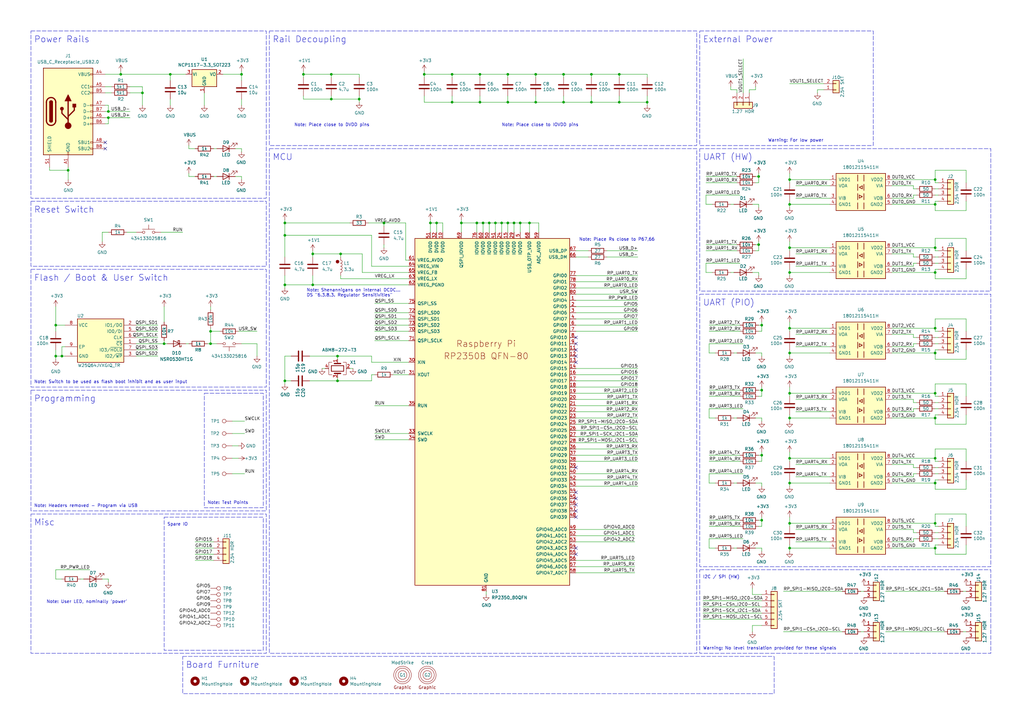
<source format=kicad_sch>
(kicad_sch (version 20230121) (generator eeschema)
  (paper "A3")
  (title_block (title "Ponder") (date "2024-09-17") (rev "1.0"))
  (junction (at 323.85 73.66))
  (junction (at 124.46 30.48))
  (junction (at 25.4 146.05))
  (junction (at 323.85 144.78))
  (junction (at 323.85 187.96))
  (junction (at 323.85 161.29))
  (junction (at 67.31 140.97))
  (junction (at 22.86 133.35))
  (junction (at 231.14 30.48))
  (junction (at 179.07 91.44))
  (junction (at 128.27 104.14))
  (junction (at 312.42 160.02))
  (junction (at 383.54 73.66))
  (junction (at 128.27 116.84))
  (junction (at 311.15 100.33))
  (junction (at 323.85 134.62))
  (junction (at 208.28 91.44))
  (junction (at 383.54 187.96))
  (junction (at 173.99 30.48))
  (junction (at 312.42 186.69))
  (junction (at 116.84 96.52))
  (junction (at 185.42 30.48))
  (junction (at 189.23 91.44))
  (junction (at 383.54 111.76))
  (junction (at 147.32 40.64))
  (junction (at 69.85 30.48))
  (junction (at 200.66 91.44))
  (junction (at 231.14 41.91))
  (junction (at 44.45 45.72))
  (junction (at 383.54 144.78))
  (junction (at 198.12 91.44))
  (junction (at 58.42 38.1))
  (junction (at 219.71 41.91))
  (junction (at 208.28 30.48))
  (junction (at 157.48 91.44))
  (junction (at 135.89 40.64))
  (junction (at 205.74 91.44))
  (junction (at 242.57 41.91))
  (junction (at 116.84 91.44))
  (junction (at 22.86 146.05))
  (junction (at 242.57 30.48))
  (junction (at 219.71 30.48))
  (junction (at 138.43 146.05))
  (junction (at 196.85 41.91))
  (junction (at 383.54 171.45))
  (junction (at 217.17 91.44))
  (junction (at 196.85 30.48))
  (junction (at 323.85 198.12))
  (junction (at 312.42 133.35))
  (junction (at 195.58 91.44))
  (junction (at 254 41.91))
  (junction (at 311.15 72.39))
  (junction (at 323.85 224.79))
  (junction (at 44.45 48.26))
  (junction (at 49.53 30.48))
  (junction (at 254 30.48))
  (junction (at 265.43 41.91))
  (junction (at 138.43 156.21))
  (junction (at 323.85 111.76))
  (junction (at 139.7 104.14))
  (junction (at 116.84 156.21))
  (junction (at 116.84 116.84))
  (junction (at 383.54 134.62))
  (junction (at 323.85 83.82))
  (junction (at 323.85 214.63))
  (junction (at 383.54 161.29))
  (junction (at 135.89 30.48))
  (junction (at 176.53 91.44))
  (junction (at 27.94 69.85))
  (junction (at 213.36 91.44))
  (junction (at 203.2 91.44))
  (junction (at 383.54 198.12))
  (junction (at 210.82 91.44))
  (junction (at 383.54 83.82))
  (junction (at 86.36 140.97))
  (junction (at 323.85 171.45))
  (junction (at 312.42 213.36))
  (junction (at 323.85 101.6))
  (junction (at 383.54 224.79))
  (junction (at 208.28 41.91))
  (junction (at 86.36 135.89))
  (junction (at 99.06 30.48))
  (junction (at 383.54 101.6))
  (junction (at 383.54 214.63))
  (junction (at 185.42 41.91))
  (no_connect (at 236.22 204.47))
  (no_connect (at 236.22 140.97))
  (no_connect (at 236.22 224.79))
  (no_connect (at 236.22 209.55))
  (no_connect (at 43.18 58.42))
  (no_connect (at 236.22 227.33))
  (no_connect (at 236.22 212.09))
  (no_connect (at 43.18 60.96))
  (no_connect (at 236.22 207.01))
  (no_connect (at 236.22 201.93))
  (no_connect (at 236.22 146.05))
  (no_connect (at 236.22 148.59))
  (no_connect (at 236.22 138.43))
  (no_connect (at 236.22 191.77))
  (no_connect (at 236.22 143.51))
  (wire (pts (xy 210.82 91.44) (xy 213.36 91.44)))
  (wire (pts (xy 236.22 135.89) (xy 261.62 135.89)))
  (wire (pts (xy 200.66 91.44) (xy 203.2 91.44)))
  (wire (pts (xy 383.54 161.29) (xy 383.54 162.56)))
  (wire (pts (xy 236.22 153.67) (xy 261.62 153.67)))
  (wire (pts (xy 132.08 151.13) (xy 133.35 151.13)))
  (wire (pts (xy 323.85 83.82) (xy 340.36 83.82)))
  (wire (pts (xy 396.24 170.18) (xy 396.24 173.99)))
  (wire (pts (xy 99.06 33.02) (xy 99.06 30.48)))
  (wire (pts (xy 323.85 223.52) (xy 323.85 224.79)))
  (wire (pts (xy 265.43 31.75) (xy 265.43 30.48)))
  (wire (pts (xy 147.32 31.75) (xy 147.32 30.48)))
  (wire (pts (xy 127 156.21) (xy 138.43 156.21)))
  (wire (pts (xy 69.85 33.02) (xy 69.85 30.48)))
  (wire (pts (xy 153.67 133.35) (xy 167.64 133.35)))
  (wire (pts (xy 312.42 215.9) (xy 312.42 213.36)))
  (wire (pts (xy 396.24 130.81) (xy 383.54 130.81)))
  (wire (pts (xy 86.36 134.62) (xy 86.36 135.89)))
  (wire (pts (xy 26.67 146.05) (xy 25.4 146.05)))
  (wire (pts (xy 44.45 237.49) (xy 41.91 237.49)))
  (wire (pts (xy 323.85 134.62) (xy 340.36 134.62)))
  (wire (pts (xy 219.71 30.48) (xy 231.14 30.48)))
  (wire (pts (xy 116.84 96.52) (xy 116.84 105.41)))
  (wire (pts (xy 265.43 39.37) (xy 265.43 41.91)))
  (wire (pts (xy 323.85 171.45) (xy 340.36 171.45)))
  (wire (pts (xy 236.22 128.27) (xy 261.62 128.27)))
  (wire (pts (xy 311.15 189.23) (xy 312.42 189.23)))
  (wire (pts (xy 80.01 229.87) (xy 87.63 229.87)))
  (wire (pts (xy 323.85 85.09) (xy 323.85 83.82)))
  (wire (pts (xy 22.86 237.49) (xy 25.4 237.49)))
  (wire (pts (xy 236.22 163.83) (xy 261.62 163.83)))
  (wire (pts (xy 312.42 213.36) (xy 312.42 212.09)))
  (wire (pts (xy 384.81 140.97) (xy 383.54 140.97)))
  (wire (pts (xy 22.86 133.35) (xy 22.86 135.89)))
  (wire (pts (xy 365.76 168.91) (xy 374.65 168.91)))
  (wire (pts (xy 290.83 144.78) (xy 293.37 144.78)))
  (wire (pts (xy 219.71 39.37) (xy 219.71 41.91)))
  (wire (pts (xy 205.74 91.44) (xy 208.28 91.44)))
  (wire (pts (xy 198.12 91.44) (xy 200.66 91.44)))
  (wire (pts (xy 375.92 194.31) (xy 374.65 194.31)))
  (wire (pts (xy 304.8 38.1) (xy 304.8 24.13)))
  (wire (pts (xy 173.99 39.37) (xy 173.99 41.91)))
  (wire (pts (xy 312.42 162.56) (xy 312.42 160.02)))
  (wire (pts (xy 311.15 85.09) (xy 311.15 83.82)))
  (wire (pts (xy 36.83 233.68) (xy 22.86 233.68)))
  (wire (pts (xy 86.36 140.97) (xy 85.09 140.97)))
  (wire (pts (xy 152.4 96.52) (xy 152.4 109.22)))
  (wire (pts (xy 383.54 134.62) (xy 383.54 135.89)))
  (wire (pts (xy 25.4 142.24) (xy 25.4 146.05)))
  (wire (pts (xy 176.53 91.44) (xy 176.53 95.25)))
  (wire (pts (xy 384.81 223.52) (xy 383.54 223.52)))
  (wire (pts (xy 290.83 135.89) (xy 303.53 135.89)))
  (wire (pts (xy 396.24 74.93) (xy 396.24 69.85)))
  (wire (pts (xy 91.44 30.48) (xy 99.06 30.48)))
  (wire (pts (xy 323.85 73.66) (xy 340.36 73.66)))
  (wire (pts (xy 236.22 222.25) (xy 260.35 222.25)))
  (wire (pts (xy 189.23 91.44) (xy 195.58 91.44)))
  (wire (pts (xy 323.85 226.06) (xy 323.85 224.79)))
  (wire (pts (xy 326.39 190.5) (xy 340.36 190.5)))
  (wire (pts (xy 80.01 224.79) (xy 87.63 224.79)))
  (wire (pts (xy 116.84 146.05) (xy 116.84 156.21)))
  (wire (pts (xy 99.06 60.96) (xy 96.52 60.96)))
  (wire (pts (xy 309.88 102.87) (xy 311.15 102.87)))
  (wire (pts (xy 365.76 76.2) (xy 374.65 76.2)))
  (wire (pts (xy 374.65 194.31) (xy 374.65 195.58)))
  (wire (pts (xy 384.81 107.95) (xy 383.54 107.95)))
  (wire (pts (xy 374.65 77.47) (xy 374.65 76.2)))
  (wire (pts (xy 312.42 199.39) (xy 312.42 198.12)))
  (wire (pts (xy 323.85 187.96) (xy 340.36 187.96)))
  (wire (pts (xy 384.81 80.01) (xy 383.54 80.01)))
  (wire (pts (xy 323.85 134.62) (xy 323.85 135.89)))
  (wire (pts (xy 231.14 39.37) (xy 231.14 41.91)))
  (wire (pts (xy 309.88 100.33) (xy 311.15 100.33)))
  (wire (pts (xy 312.42 172.72) (xy 312.42 171.45)))
  (wire (pts (xy 55.88 140.97) (xy 67.31 140.97)))
  (wire (pts (xy 99.06 62.23) (xy 99.06 60.96)))
  (wire (pts (xy 95.25 187.96) (xy 97.79 187.96)))
  (wire (pts (xy 384.81 110.49) (xy 383.54 110.49)))
  (wire (pts (xy 289.56 100.33) (xy 302.26 100.33)))
  (wire (pts (xy 353.06 259.08) (xy 354.33 259.08)))
  (wire (pts (xy 289.56 80.01) (xy 289.56 83.82)))
  (wire (pts (xy 290.83 186.69) (xy 303.53 186.69)))
  (wire (pts (xy 288.29 254) (xy 312.42 254)))
  (wire (pts (xy 41.91 95.25) (xy 41.91 99.06)))
  (wire (pts (xy 105.41 135.89) (xy 97.79 135.89)))
  (wire (pts (xy 167.64 180.34) (xy 153.67 180.34)))
  (wire (pts (xy 49.53 30.48) (xy 69.85 30.48)))
  (wire (pts (xy 396.24 162.56) (xy 396.24 157.48)))
  (wire (pts (xy 309.88 36.83) (xy 307.34 36.83)))
  (wire (pts (xy 323.85 172.72) (xy 323.85 171.45)))
  (wire (pts (xy 375.92 218.44) (xy 374.65 218.44)))
  (wire (pts (xy 176.53 90.17) (xy 176.53 91.44)))
  (wire (pts (xy 153.67 166.37) (xy 167.64 166.37)))
  (wire (pts (xy 290.83 162.56) (xy 303.53 162.56)))
  (wire (pts (xy 236.22 219.71) (xy 260.35 219.71)))
  (wire (pts (xy 55.88 135.89) (xy 64.77 135.89)))
  (wire (pts (xy 80.01 222.25) (xy 87.63 222.25)))
  (wire (pts (xy 236.22 120.65) (xy 261.62 120.65)))
  (wire (pts (xy 167.64 111.76) (xy 148.59 111.76)))
  (wire (pts (xy 44.45 45.72) (xy 53.34 45.72)))
  (wire (pts (xy 139.7 104.14) (xy 148.59 104.14)))
  (wire (pts (xy 365.76 73.66) (xy 383.54 73.66)))
  (wire (pts (xy 77.47 59.69) (xy 77.47 60.96)))
  (wire (pts (xy 64.77 138.43) (xy 55.88 138.43)))
  (wire (pts (xy 326.39 81.28) (xy 340.36 81.28)))
  (wire (pts (xy 326.39 109.22) (xy 340.36 109.22)))
  (wire (pts (xy 203.2 91.44) (xy 205.74 91.44)))
  (wire (pts (xy 396.24 102.87) (xy 396.24 97.79)))
  (wire (pts (xy 236.22 234.95) (xy 260.35 234.95)))
  (wire (pts (xy 43.18 30.48) (xy 49.53 30.48)))
  (wire (pts (xy 299.72 36.83) (xy 302.26 36.83)))
  (wire (pts (xy 383.54 227.33) (xy 383.54 224.79)))
  (wire (pts (xy 384.81 165.1) (xy 383.54 165.1)))
  (wire (pts (xy 396.24 143.51) (xy 396.24 147.32)))
  (wire (pts (xy 236.22 133.35) (xy 261.62 133.35)))
  (wire (pts (xy 384.81 189.23) (xy 383.54 189.23)))
  (wire (pts (xy 308.61 256.54) (xy 312.42 256.54)))
  (wire (pts (xy 396.24 147.32) (xy 383.54 147.32)))
  (wire (pts (xy 22.86 133.35) (xy 22.86 125.73)))
  (wire (pts (xy 236.22 179.07) (xy 261.62 179.07)))
  (wire (pts (xy 384.81 138.43) (xy 383.54 138.43)))
  (wire (pts (xy 208.28 91.44) (xy 208.28 95.25)))
  (wire (pts (xy 396.24 82.55) (xy 396.24 86.36)))
  (wire (pts (xy 383.54 214.63) (xy 383.54 215.9)))
  (wire (pts (xy 384.81 162.56) (xy 383.54 162.56)))
  (wire (pts (xy 95.25 172.72) (xy 100.33 172.72)))
  (wire (pts (xy 384.81 77.47) (xy 383.54 77.47)))
  (wire (pts (xy 383.54 111.76) (xy 383.54 110.49)))
  (wire (pts (xy 27.94 69.85) (xy 20.32 69.85)))
  (wire (pts (xy 383.54 184.15) (xy 383.54 187.96)))
  (wire (pts (xy 196.85 39.37) (xy 196.85 41.91)))
  (wire (pts (xy 66.04 95.25) (xy 74.93 95.25)))
  (wire (pts (xy 189.23 90.17) (xy 189.23 91.44)))
  (wire (pts (xy 86.36 125.73) (xy 86.36 127)))
  (wire (pts (xy 119.38 146.05) (xy 116.84 146.05)))
  (wire (pts (xy 365.76 198.12) (xy 383.54 198.12)))
  (wire (pts (xy 76.2 140.97) (xy 77.47 140.97)))
  (wire (pts (xy 88.9 140.97) (xy 86.36 140.97)))
  (wire (pts (xy 99.06 40.64) (xy 99.06 43.18)))
  (wire (pts (xy 323.85 144.78) (xy 340.36 144.78)))
  (wire (pts (xy 128.27 104.14) (xy 139.7 104.14)))
  (wire (pts (xy 80.01 227.33) (xy 87.63 227.33)))
  (wire (pts (xy 323.85 170.18) (xy 323.85 171.45)))
  (wire (pts (xy 95.25 182.88) (xy 97.79 182.88)))
  (wire (pts (xy 383.54 97.79) (xy 383.54 101.6)))
  (wire (pts (xy 67.31 132.08) (xy 67.31 125.73)))
  (wire (pts (xy 44.45 43.18) (xy 44.45 45.72)))
  (wire (pts (xy 167.64 139.7) (xy 153.67 139.7)))
  (wire (pts (xy 383.54 171.45) (xy 383.54 170.18)))
  (wire (pts (xy 152.4 148.59) (xy 167.64 148.59)))
  (wire (pts (xy 124.46 39.37) (xy 124.46 40.64)))
  (wire (pts (xy 26.67 133.35) (xy 22.86 133.35)))
  (wire (pts (xy 375.92 191.77) (xy 374.65 191.77)))
  (wire (pts (xy 116.84 91.44) (xy 116.84 96.52)))
  (wire (pts (xy 151.13 91.44) (xy 157.48 91.44)))
  (wire (pts (xy 22.86 233.68) (xy 22.86 237.49)))
  (wire (pts (xy 311.15 72.39) (xy 311.15 71.12)))
  (wire (pts (xy 195.58 91.44) (xy 198.12 91.44)))
  (wire (pts (xy 396.24 157.48) (xy 383.54 157.48)))
  (wire (pts (xy 311.15 162.56) (xy 312.42 162.56)))
  (wire (pts (xy 312.42 224.79) (xy 309.88 224.79)))
  (wire (pts (xy 312.42 160.02) (xy 312.42 158.75)))
  (wire (pts (xy 290.83 220.98) (xy 290.83 224.79)))
  (wire (pts (xy 323.85 214.63) (xy 340.36 214.63)))
  (wire (pts (xy 208.28 30.48) (xy 219.71 30.48)))
  (wire (pts (xy 116.84 156.21) (xy 116.84 157.48)))
  (wire (pts (xy 53.34 35.56) (xy 58.42 35.56)))
  (wire (pts (xy 374.65 105.41) (xy 374.65 104.14)))
  (wire (pts (xy 43.18 48.26) (xy 44.45 48.26)))
  (wire (pts (xy 323.85 110.49) (xy 323.85 111.76)))
  (wire (pts (xy 365.76 134.62) (xy 383.54 134.62)))
  (wire (pts (xy 20.32 68.58) (xy 20.32 69.85)))
  (wire (pts (xy 254 39.37) (xy 254 41.91)))
  (wire (pts (xy 261.62 105.41) (xy 248.92 105.41)))
  (wire (pts (xy 383.54 86.36) (xy 383.54 83.82)))
  (wire (pts (xy 236.22 125.73) (xy 261.62 125.73)))
  (wire (pts (xy 236.22 123.19) (xy 261.62 123.19)))
  (wire (pts (xy 236.22 102.87) (xy 241.3 102.87)))
  (wire (pts (xy 236.22 184.15) (xy 261.62 184.15)))
  (wire (pts (xy 265.43 41.91) (xy 254 41.91)))
  (wire (pts (xy 157.48 101.6) (xy 157.48 100.33)))
  (wire (pts (xy 124.46 31.75) (xy 124.46 30.48)))
  (wire (pts (xy 138.43 154.94) (xy 138.43 156.21)))
  (wire (pts (xy 179.07 91.44) (xy 181.61 91.44)))
  (wire (pts (xy 185.42 30.48) (xy 196.85 30.48)))
  (wire (pts (xy 153.67 128.27) (xy 167.64 128.27)))
  (wire (pts (xy 335.28 36.83) (xy 337.82 36.83)))
  (wire (pts (xy 302.26 224.79) (xy 300.99 224.79)))
  (wire (pts (xy 384.81 102.87) (xy 383.54 102.87)))
  (wire (pts (xy 375.92 220.98) (xy 374.65 220.98)))
  (wire (pts (xy 383.54 147.32) (xy 383.54 144.78)))
  (wire (pts (xy 365.76 171.45) (xy 383.54 171.45)))
  (wire (pts (xy 205.74 95.25) (xy 205.74 91.44)))
  (wire (pts (xy 236.22 199.39) (xy 261.62 199.39)))
  (wire (pts (xy 323.85 143.51) (xy 323.85 144.78)))
  (wire (pts (xy 157.48 91.44) (xy 157.48 92.71)))
  (wire (pts (xy 153.67 130.81) (xy 167.64 130.81)))
  (wire (pts (xy 365.76 137.16) (xy 374.65 137.16)))
  (wire (pts (xy 365.76 109.22) (xy 374.65 109.22)))
  (wire (pts (xy 304.8 140.97) (xy 290.83 140.97)))
  (wire (pts (xy 236.22 189.23) (xy 261.62 189.23)))
  (wire (pts (xy 83.82 38.1) (xy 83.82 43.18)))
  (wire (pts (xy 384.81 105.41) (xy 383.54 105.41)))
  (wire (pts (xy 312.42 144.78) (xy 309.88 144.78)))
  (wire (pts (xy 290.83 189.23) (xy 303.53 189.23)))
  (wire (pts (xy 375.92 77.47) (xy 374.65 77.47)))
  (wire (pts (xy 374.65 167.64) (xy 374.65 168.91)))
  (wire (pts (xy 88.9 60.96) (xy 87.63 60.96)))
  (wire (pts (xy 185.42 39.37) (xy 185.42 41.91)))
  (wire (pts (xy 105.41 140.97) (xy 99.06 140.97)))
  (wire (pts (xy 308.61 259.08) (xy 308.61 256.54)))
  (wire (pts (xy 290.83 194.31) (xy 290.83 198.12)))
  (wire (pts (xy 236.22 151.13) (xy 261.62 151.13)))
  (wire (pts (xy 22.86 143.51) (xy 22.86 146.05)))
  (wire (pts (xy 77.47 60.96) (xy 80.01 60.96)))
  (wire (pts (xy 302.26 36.83) (xy 302.26 38.1)))
  (wire (pts (xy 116.84 90.17) (xy 116.84 91.44)))
  (wire (pts (xy 231.14 41.91) (xy 219.71 41.91)))
  (wire (pts (xy 323.85 196.85) (xy 323.85 198.12)))
  (wire (pts (xy 116.84 96.52) (xy 152.4 96.52)))
  (wire (pts (xy 311.15 83.82) (xy 308.61 83.82)))
  (wire (pts (xy 208.28 91.44) (xy 210.82 91.44)))
  (wire (pts (xy 312.42 226.06) (xy 312.42 224.79)))
  (wire (pts (xy 242.57 39.37) (xy 242.57 41.91)))
  (wire (pts (xy 384.81 215.9) (xy 383.54 215.9)))
  (wire (pts (xy 384.81 82.55) (xy 383.54 82.55)))
  (wire (pts (xy 27.94 69.85) (xy 27.94 73.66)))
  (wire (pts (xy 374.65 80.01) (xy 374.65 81.28)))
  (wire (pts (xy 396.24 196.85) (xy 396.24 200.66)))
  (wire (pts (xy 312.42 133.35) (xy 312.42 132.08)))
  (wire (pts (xy 219.71 31.75) (xy 219.71 30.48)))
  (wire (pts (xy 323.85 82.55) (xy 323.85 83.82)))
  (wire (pts (xy 152.4 148.59) (xy 152.4 146.05)))
  (wire (pts (xy 290.83 133.35) (xy 303.53 133.35)))
  (wire (pts (xy 311.15 213.36) (xy 312.42 213.36)))
  (wire (pts (xy 290.83 198.12) (xy 293.37 198.12)))
  (wire (pts (xy 375.92 138.43) (xy 374.65 138.43)))
  (wire (pts (xy 166.37 91.44) (xy 166.37 106.68)))
  (wire (pts (xy 304.8 167.64) (xy 290.83 167.64)))
  (wire (pts (xy 365.76 190.5) (xy 374.65 190.5)))
  (wire (pts (xy 99.06 72.39) (xy 96.52 72.39)))
  (wire (pts (xy 383.54 187.96) (xy 383.54 189.23)))
  (wire (pts (xy 374.65 218.44) (xy 374.65 217.17)))
  (wire (pts (xy 208.28 41.91) (xy 196.85 41.91)))
  (wire (pts (xy 394.97 242.57) (xy 396.24 242.57)))
  (wire (pts (xy 44.45 238.76) (xy 44.45 237.49)))
  (wire (pts (xy 312.42 135.89) (xy 312.42 133.35)))
  (wire (pts (xy 236.22 158.75) (xy 261.62 158.75)))
  (wire (pts (xy 161.29 153.67) (xy 167.64 153.67)))
  (wire (pts (xy 124.46 29.21) (xy 124.46 30.48)))
  (wire (pts (xy 365.76 104.14) (xy 374.65 104.14)))
  (wire (pts (xy 26.67 142.24) (xy 25.4 142.24)))
  (wire (pts (xy 135.89 39.37) (xy 135.89 40.64)))
  (wire (pts (xy 288.29 251.46) (xy 312.42 251.46)))
  (wire (pts (xy 323.85 224.79) (xy 340.36 224.79)))
  (wire (pts (xy 396.24 189.23) (xy 396.24 184.15)))
  (wire (pts (xy 27.94 69.85) (xy 27.94 68.58)))
  (wire (pts (xy 365.76 217.17) (xy 374.65 217.17)))
  (wire (pts (xy 384.81 194.31) (xy 383.54 194.31)))
  (wire (pts (xy 185.42 31.75) (xy 185.42 30.48)))
  (wire (pts (xy 135.89 30.48) (xy 147.32 30.48)))
  (wire (pts (xy 236.22 217.17) (xy 260.35 217.17)))
  (wire (pts (xy 321.31 242.57) (xy 345.44 242.57)))
  (wire (pts (xy 195.58 95.25) (xy 195.58 91.44)))
  (wire (pts (xy 374.65 191.77) (xy 374.65 190.5)))
  (wire (pts (xy 179.07 91.44) (xy 176.53 91.44)))
  (wire (pts (xy 374.65 140.97) (xy 374.65 142.24)))
  (wire (pts (xy 44.45 95.25) (xy 41.91 95.25)))
  (wire (pts (xy 394.97 259.08) (xy 396.24 259.08)))
  (wire (pts (xy 90.17 135.89) (xy 86.36 135.89)))
  (wire (pts (xy 312.42 171.45) (xy 309.88 171.45)))
  (wire (pts (xy 236.22 168.91) (xy 261.62 168.91)))
  (wire (pts (xy 248.92 102.87) (xy 261.62 102.87)))
  (wire (pts (xy 173.99 29.21) (xy 173.99 30.48)))
  (wire (pts (xy 231.14 31.75) (xy 231.14 30.48)))
  (wire (pts (xy 304.8 194.31) (xy 290.83 194.31)))
  (wire (pts (xy 323.85 111.76) (xy 340.36 111.76)))
  (wire (pts (xy 374.65 107.95) (xy 374.65 109.22)))
  (wire (pts (xy 236.22 173.99) (xy 261.62 173.99)))
  (wire (pts (xy 69.85 40.64) (xy 69.85 43.18)))
  (wire (pts (xy 300.99 83.82) (xy 299.72 83.82)))
  (wire (pts (xy 383.54 69.85) (xy 383.54 73.66)))
  (wire (pts (xy 210.82 95.25) (xy 210.82 91.44)))
  (wire (pts (xy 326.39 163.83) (xy 340.36 163.83)))
  (wire (pts (xy 25.4 146.05) (xy 22.86 146.05)))
  (wire (pts (xy 326.39 168.91) (xy 340.36 168.91)))
  (wire (pts (xy 236.22 176.53) (xy 261.62 176.53)))
  (wire (pts (xy 196.85 31.75) (xy 196.85 30.48)))
  (wire (pts (xy 58.42 35.56) (xy 58.42 38.1)))
  (wire (pts (xy 383.54 173.99) (xy 383.54 171.45)))
  (wire (pts (xy 217.17 91.44) (xy 220.98 91.44)))
  (wire (pts (xy 236.22 161.29) (xy 261.62 161.29)))
  (wire (pts (xy 139.7 104.14) (xy 139.7 105.41)))
  (wire (pts (xy 311.15 111.76) (xy 308.61 111.76)))
  (wire (pts (xy 326.39 76.2) (xy 340.36 76.2)))
  (wire (pts (xy 116.84 91.44) (xy 143.51 91.44)))
  (wire (pts (xy 307.34 36.83) (xy 307.34 38.1)))
  (wire (pts (xy 396.24 110.49) (xy 396.24 114.3)))
  (wire (pts (xy 384.81 135.89) (xy 383.54 135.89)))
  (wire (pts (xy 309.88 35.56) (xy 309.88 36.83)))
  (wire (pts (xy 374.65 220.98) (xy 374.65 222.25)))
  (wire (pts (xy 365.76 161.29) (xy 383.54 161.29)))
  (wire (pts (xy 383.54 73.66) (xy 383.54 74.93)))
  (wire (pts (xy 236.22 156.21) (xy 261.62 156.21)))
  (wire (pts (xy 323.85 212.09) (xy 323.85 214.63)))
  (wire (pts (xy 302.26 198.12) (xy 300.99 198.12)))
  (wire (pts (xy 323.85 161.29) (xy 340.36 161.29)))
  (wire (pts (xy 383.54 144.78) (xy 383.54 143.51)))
  (wire (pts (xy 300.99 111.76) (xy 299.72 111.76)))
  (wire (pts (xy 375.92 140.97) (xy 374.65 140.97)))
  (wire (pts (xy 152.4 153.67) (xy 153.67 153.67)))
  (wire (pts (xy 384.81 220.98) (xy 383.54 220.98)))
  (wire (pts (xy 290.83 224.79) (xy 293.37 224.79)))
  (wire (pts (xy 153.67 135.89) (xy 167.64 135.89)))
  (wire (pts (xy 139.7 114.3) (xy 167.64 114.3)))
  (wire (pts (xy 323.85 198.12) (xy 340.36 198.12)))
  (wire (pts (xy 383.54 101.6) (xy 383.54 102.87)))
  (wire (pts (xy 128.27 116.84) (xy 167.64 116.84)))
  (wire (pts (xy 67.31 140.97) (xy 68.58 140.97)))
  (wire (pts (xy 309.88 74.93) (xy 311.15 74.93)))
  (wire (pts (xy 167.64 177.8) (xy 153.67 177.8)))
  (wire (pts (xy 77.47 72.39) (xy 80.01 72.39)))
  (wire (pts (xy 242.57 41.91) (xy 231.14 41.91)))
  (wire (pts (xy 311.15 160.02) (xy 312.42 160.02)))
  (wire (pts (xy 127 146.05) (xy 138.43 146.05)))
  (wire (pts (xy 166.37 106.68) (xy 167.64 106.68)))
  (wire (pts (xy 138.43 147.32) (xy 138.43 146.05)))
  (wire (pts (xy 138.43 156.21) (xy 152.4 156.21)))
  (wire (pts (xy 383.54 83.82) (xy 383.54 82.55)))
  (wire (pts (xy 326.39 142.24) (xy 340.36 142.24)))
  (wire (pts (xy 124.46 40.64) (xy 135.89 40.64)))
  (wire (pts (xy 311.15 133.35) (xy 312.42 133.35)))
  (wire (pts (xy 55.88 133.35) (xy 64.77 133.35)))
  (wire (pts (xy 196.85 30.48) (xy 208.28 30.48)))
  (wire (pts (xy 236.22 130.81) (xy 261.62 130.81)))
  (wire (pts (xy 312.42 146.05) (xy 312.42 144.78)))
  (wire (pts (xy 76.2 30.48) (xy 69.85 30.48)))
  (wire (pts (xy 321.31 259.08) (xy 345.44 259.08)))
  (wire (pts (xy 77.47 71.12) (xy 77.47 72.39)))
  (wire (pts (xy 365.76 195.58) (xy 374.65 195.58)))
  (wire (pts (xy 365.76 81.28) (xy 374.65 81.28)))
  (wire (pts (xy 365.76 111.76) (xy 383.54 111.76)))
  (wire (pts (xy 396.24 173.99) (xy 383.54 173.99)))
  (wire (pts (xy 124.46 30.48) (xy 135.89 30.48)))
  (wire (pts (xy 365.76 142.24) (xy 374.65 142.24)))
  (wire (pts (xy 55.88 146.05) (xy 64.77 146.05)))
  (wire (pts (xy 200.66 95.25) (xy 200.66 91.44)))
  (wire (pts (xy 303.53 80.01) (xy 289.56 80.01)))
  (wire (pts (xy 236.22 196.85) (xy 261.62 196.85)))
  (wire (pts (xy 157.48 91.44) (xy 166.37 91.44)))
  (wire (pts (xy 323.85 146.05) (xy 323.85 144.78)))
  (wire (pts (xy 312.42 189.23) (xy 312.42 186.69)))
  (wire (pts (xy 396.24 227.33) (xy 383.54 227.33)))
  (wire (pts (xy 148.59 111.76) (xy 148.59 104.14)))
  (wire (pts (xy 236.22 229.87) (xy 260.35 229.87)))
  (wire (pts (xy 311.15 186.69) (xy 312.42 186.69)))
  (wire (pts (xy 289.56 107.95) (xy 289.56 111.76)))
  (wire (pts (xy 290.83 213.36) (xy 303.53 213.36)))
  (wire (pts (xy 311.15 102.87) (xy 311.15 100.33)))
  (wire (pts (xy 384.81 170.18) (xy 383.54 170.18)))
  (wire (pts (xy 365.76 222.25) (xy 374.65 222.25)))
  (wire (pts (xy 236.22 232.41) (xy 260.35 232.41)))
  (wire (pts (xy 139.7 114.3) (xy 139.7 113.03)))
  (wire (pts (xy 44.45 50.8) (xy 44.45 48.26)))
  (wire (pts (xy 326.39 137.16) (xy 340.36 137.16)))
  (wire (pts (xy 365.76 214.63) (xy 383.54 214.63)))
  (wire (pts (xy 365.76 144.78) (xy 383.54 144.78)))
  (wire (pts (xy 231.14 30.48) (xy 242.57 30.48)))
  (wire (pts (xy 326.39 217.17) (xy 340.36 217.17)))
  (wire (pts (xy 396.24 210.82) (xy 383.54 210.82)))
  (wire (pts (xy 236.22 181.61) (xy 261.62 181.61)))
  (wire (pts (xy 323.85 101.6) (xy 323.85 102.87)))
  (wire (pts (xy 152.4 153.67) (xy 152.4 156.21)))
  (wire (pts (xy 396.24 86.36) (xy 383.54 86.36)))
  (wire (pts (xy 323.85 73.66) (xy 323.85 74.93)))
  (wire (pts (xy 308.61 241.3) (xy 308.61 243.84)))
  (wire (pts (xy 375.92 167.64) (xy 374.65 167.64)))
  (wire (pts (xy 335.28 38.1) (xy 335.28 36.83)))
  (wire (pts (xy 375.92 105.41) (xy 374.65 105.41)))
  (wire (pts (xy 323.85 101.6) (xy 340.36 101.6)))
  (wire (pts (xy 309.88 72.39) (xy 311.15 72.39)))
  (wire (pts (xy 326.39 222.25) (xy 340.36 222.25)))
  (wire (pts (xy 326.39 195.58) (xy 340.36 195.58)))
  (wire (pts (xy 128.27 102.87) (xy 128.27 104.14)))
  (wire (pts (xy 396.24 215.9) (xy 396.24 210.82)))
  (wire (pts (xy 55.88 143.51) (xy 64.77 143.51)))
  (wire (pts (xy 242.57 30.48) (xy 254 30.48)))
  (wire (pts (xy 22.86 146.05) (xy 22.86 147.32)))
  (wire (pts (xy 384.81 196.85) (xy 383.54 196.85)))
  (wire (pts (xy 254 41.91) (xy 242.57 41.91)))
  (wire (pts (xy 383.54 157.48) (xy 383.54 161.29)))
  (wire (pts (xy 138.43 146.05) (xy 152.4 146.05)))
  (wire (pts (xy 100.33 177.8) (xy 95.25 177.8)))
  (wire (pts (xy 236.22 118.11) (xy 261.62 118.11)))
  (wire (pts (xy 304.8 220.98) (xy 290.83 220.98)))
  (wire (pts (xy 173.99 30.48) (xy 185.42 30.48)))
  (wire (pts (xy 196.85 41.91) (xy 185.42 41.91)))
  (wire (pts (xy 236.22 113.03) (xy 261.62 113.03)))
  (wire (pts (xy 219.71 41.91) (xy 208.28 41.91)))
  (wire (pts (xy 323.85 71.12) (xy 323.85 73.66)))
  (wire (pts (xy 289.56 102.87) (xy 302.26 102.87)))
  (wire (pts (xy 311.15 135.89) (xy 312.42 135.89)))
  (wire (pts (xy 208.28 31.75) (xy 208.28 30.48)))
  (wire (pts (xy 147.32 40.64) (xy 147.32 39.37)))
  (wire (pts (xy 236.22 166.37) (xy 261.62 166.37)))
  (wire (pts (xy 308.61 243.84) (xy 312.42 243.84)))
  (wire (pts (xy 45.72 38.1) (xy 43.18 38.1)))
  (wire (pts (xy 396.24 69.85) (xy 383.54 69.85)))
  (wire (pts (xy 323.85 113.03) (xy 323.85 111.76)))
  (wire (pts (xy 396.24 97.79) (xy 383.54 97.79)))
  (wire (pts (xy 396.24 135.89) (xy 396.24 130.81)))
  (wire (pts (xy 384.81 143.51) (xy 383.54 143.51)))
  (wire (pts (xy 363.22 242.57) (xy 387.35 242.57)))
  (wire (pts (xy 173.99 31.75) (xy 173.99 30.48)))
  (wire (pts (xy 208.28 39.37) (xy 208.28 41.91)))
  (wire (pts (xy 199.39 242.57) (xy 199.39 243.84)))
  (wire (pts (xy 116.84 116.84) (xy 116.84 118.11)))
  (wire (pts (xy 365.76 224.79) (xy 383.54 224.79)))
  (wire (pts (xy 311.15 100.33) (xy 311.15 99.06)))
  (wire (pts (xy 289.56 83.82) (xy 292.1 83.82)))
  (wire (pts (xy 323.85 187.96) (xy 323.85 189.23)))
  (wire (pts (xy 375.92 80.01) (xy 374.65 80.01)))
  (wire (pts (xy 375.92 107.95) (xy 374.65 107.95)))
  (wire (pts (xy 100.33 194.31) (xy 95.25 194.31)))
  (wire (pts (xy 99.06 30.48) (xy 99.06 29.21)))
  (wire (pts (xy 236.22 186.69) (xy 261.62 186.69)))
  (wire (pts (xy 236.22 194.31) (xy 261.62 194.31)))
  (wire (pts (xy 375.92 165.1) (xy 374.65 165.1)))
  (wire (pts (xy 254 31.75) (xy 254 30.48)))
  (wire (pts (xy 43.18 45.72) (xy 44.45 45.72)))
  (wire (pts (xy 58.42 38.1) (xy 58.42 43.18)))
  (wire (pts (xy 303.53 107.95) (xy 289.56 107.95)))
  (wire (pts (xy 365.76 83.82) (xy 383.54 83.82)))
  (wire (pts (xy 323.85 185.42) (xy 323.85 187.96)))
  (wire (pts (xy 396.24 114.3) (xy 383.54 114.3)))
  (wire (pts (xy 135.89 31.75) (xy 135.89 30.48)))
  (wire (pts (xy 198.12 95.25) (xy 198.12 91.44)))
  (wire (pts (xy 181.61 91.44) (xy 181.61 95.25)))
  (wire (pts (xy 383.54 224.79) (xy 383.54 223.52)))
  (wire (pts (xy 53.34 38.1) (xy 58.42 38.1)))
  (wire (pts (xy 311.15 215.9) (xy 312.42 215.9)))
  (wire (pts (xy 299.72 35.56) (xy 299.72 36.83)))
  (wire (pts (xy 213.36 91.44) (xy 217.17 91.44)))
  (wire (pts (xy 217.17 95.25) (xy 217.17 91.44)))
  (wire (pts (xy 67.31 139.7) (xy 67.31 140.97)))
  (wire (pts (xy 383.54 200.66) (xy 383.54 198.12)))
  (wire (pts (xy 44.45 48.26) (xy 53.34 48.26)))
  (wire (pts (xy 34.29 237.49) (xy 33.02 237.49)))
  (wire (pts (xy 374.65 138.43) (xy 374.65 137.16)))
  (wire (pts (xy 135.89 40.64) (xy 147.32 40.64)))
  (wire (pts (xy 116.84 116.84) (xy 128.27 116.84)))
  (wire (pts (xy 383.54 210.82) (xy 383.54 214.63)))
  (wire (pts (xy 396.24 223.52) (xy 396.24 227.33)))
  (wire (pts (xy 143.51 151.13) (xy 144.78 151.13)))
  (wire (pts (xy 290.83 140.97) (xy 290.83 144.78)))
  (wire (pts (xy 119.38 156.21) (xy 116.84 156.21)))
  (wire (pts (xy 189.23 95.25) (xy 189.23 91.44)))
  (wire (pts (xy 43.18 50.8) (xy 44.45 50.8)))
  (wire (pts (xy 312.42 198.12) (xy 309.88 198.12)))
  (wire (pts (xy 43.18 43.18) (xy 44.45 43.18)))
  (wire (pts (xy 326.39 104.14) (xy 340.36 104.14)))
  (wire (pts (xy 45.72 35.56) (xy 43.18 35.56)))
  (wire (pts (xy 236.22 105.41) (xy 241.3 105.41)))
  (wire (pts (xy 323.85 199.39) (xy 323.85 198.12)))
  (wire (pts (xy 236.22 171.45) (xy 261.62 171.45)))
  (wire (pts (xy 383.54 130.81) (xy 383.54 134.62)))
  (wire (pts (xy 49.53 29.21) (xy 49.53 30.48)))
  (wire (pts (xy 254 30.48) (xy 265.43 30.48)))
  (wire (pts (xy 312.42 186.69) (xy 312.42 185.42)))
  (wire (pts (xy 290.83 215.9) (xy 303.53 215.9)))
  (wire (pts (xy 288.29 248.92) (xy 312.42 248.92)))
  (wire (pts (xy 374.65 165.1) (xy 374.65 163.83)))
  (wire (pts (xy 353.06 242.57) (xy 354.33 242.57)))
  (wire (pts (xy 213.36 91.44) (xy 213.36 95.25)))
  (wire (pts (xy 128.27 113.03) (xy 128.27 116.84)))
  (wire (pts (xy 365.76 187.96) (xy 383.54 187.96)))
  (wire (pts (xy 396.24 184.15) (xy 383.54 184.15)))
  (wire (pts (xy 323.85 161.29) (xy 323.85 162.56)))
  (wire (pts (xy 290.83 160.02) (xy 303.53 160.02)))
  (wire (pts (xy 52.07 95.25) (xy 55.88 95.25)))
  (wire (pts (xy 384.81 191.77) (xy 383.54 191.77)))
  (wire (pts (xy 236.22 115.57) (xy 261.62 115.57)))
  (wire (pts (xy 383.54 114.3) (xy 383.54 111.76)))
  (wire (pts (xy 86.36 135.89) (xy 86.36 140.97)))
  (wire (pts (xy 152.4 109.22) (xy 167.64 109.22)))
  (wire (pts (xy 302.26 171.45) (xy 300.99 171.45)))
  (wire (pts (xy 384.81 167.64) (xy 383.54 167.64)))
  (wire (pts (xy 384.81 74.93) (xy 383.54 74.93)))
  (wire (pts (xy 265.43 41.91) (xy 265.43 43.18)))
  (wire (pts (xy 289.56 111.76) (xy 292.1 111.76)))
  (wire (pts (xy 116.84 113.03) (xy 116.84 116.84)))
  (wire (pts (xy 105.41 140.97) (xy 105.41 146.05)))
  (wire (pts (xy 99.06 73.66) (xy 99.06 72.39)))
  (wire (pts (xy 288.29 246.38) (xy 312.42 246.38)))
  (wire (pts (xy 365.76 163.83) (xy 374.65 163.83)))
  (wire (pts (xy 147.32 41.91) (xy 147.32 40.64)))
  (wire (pts (xy 153.67 124.46) (xy 167.64 124.46)))
  (wire (pts (xy 311.15 74.93) (xy 311.15 72.39)))
  (wire (pts (xy 302.26 144.78) (xy 300.99 144.78)))
  (wire (pts (xy 323.85 99.06) (xy 323.85 101.6)))
  (wire (pts (xy 203.2 95.25) (xy 203.2 91.44)))
  (wire (pts (xy 365.76 101.6) (xy 383.54 101.6)))
  (wire (pts (xy 311.15 113.03) (xy 311.15 111.76)))
  (wire (pts (xy 396.24 200.66) (xy 383.54 200.66)))
  (wire (pts (xy 289.56 72.39) (xy 302.26 72.39)))
  (wire (pts (xy 128.27 105.41) (xy 128.27 104.14)))
  (wire (pts (xy 220.98 91.44) (xy 220.98 95.25)))
  (wire (pts (xy 290.83 171.45) (xy 293.37 171.45)))
  (wire (pts (xy 323.85 158.75) (xy 323.85 161.29)))
  (wire (pts (xy 323.85 214.63) (xy 323.85 215.9)))
  (wire (pts (xy 384.81 218.44) (xy 383.54 218.44)))
  (wire (pts (xy 323.85 34.29) (xy 337.82 34.29)))
  (wire (pts (xy 242.57 31.75) (xy 242.57 30.48)))
  (wire (pts (xy 185.42 41.91) (xy 173.99 41.91)))
  (wire (pts (xy 383.54 198.12) (xy 383.54 196.85)))
  (wire (pts (xy 290.83 167.64) (xy 290.83 171.45)))
  (wire (pts (xy 323.85 132.08) (xy 323.85 134.62)))
  (wire (pts (xy 88.9 72.39) (xy 87.63 72.39)))
  (wire (pts (xy 179.07 95.25) (xy 179.07 91.44)))
  (wire (pts (xy 363.22 259.08) (xy 387.35 259.08)))
  (wire (pts (xy 289.56 74.93) (xy 302.26 74.93)))
  (rectangle (start 287.02 233.68) (end 406.4 267.97) (stroke (width 0) (type dash)))
  (rectangle (start 12.7 160.02) (end 109.22 209.55) (stroke (width 0) (type dash)))
  (rectangle (start 74.93 269.24) (end 317.5 284.48) (stroke (width 0) (type dash)))
  (circle (center 138.43 107.315) (radius 0.635) (stroke (width 0) (color 132 0 0 1)) (fill (type color) (color 132 0 0 1)))
  (rectangle (start 12.7 110.49) (end 109.22 158.75) (stroke (width 0) (type dash)))
  (rectangle (start 287.02 120.65) (end 406.4 232.41) (stroke (width 0) (type dash)))
  (rectangle (start 110.49 12.7) (end 285.75 59.69) (stroke (width 0) (type dash)))
  (rectangle (start 287.02 60.96) (end 406.4 119.38) (stroke (width 0) (type dash)))
  (rectangle (start 12.7 12.7) (end 109.22 81.28) (stroke (width 0) (type dash)))
  (rectangle (start 83.82 161.29) (end 107.95 208.28) (stroke (width 0) (type dash)))
  (rectangle (start 12.7 82.55) (end 109.22 109.22) (stroke (width 0) (type dash)))
  (rectangle (start 67.31 212.09) (end 107.95 266.7) (stroke (width 0) (type dash)))
  (rectangle (start 110.49 60.96) (end 285.75 267.97) (stroke (width 0) (type dash)))
  (rectangle (start 12.7 210.82) (end 109.22 267.97) (stroke (width 0) (type dash)))
  (rectangle (start 287.02 12.7) (end 358.14 59.69) (stroke (width 0) (type dash)))
  (text "UART (PIO)" (at 288.29 125.73 0) (effects (font (size 2.54 2.54)) (justify left bottom)))
  (text "Misc" (at 13.97 215.9 0) (effects (font (size 2.54 2.54)) (justify left bottom)))
  (text "Note: Switch to be used as flash boot inhibit and as user input" (at 13.97 157.48 0) (effects (font (size 1.27 1.27)) (justify left bottom)))
  (text "Flash / Boot & User Switch" (at 13.97 115.57 0) (effects (font (size 2.54 2.54)) (justify left bottom)))
  (text "Note: Place close to DVDD pins" (at 120.65 52.07 0) (effects (font (size 1.27 1.27)) (justify left bottom)))
  (text "Warning: No level translation provided for these signals" (at 288.29 266.7 0) (effects (font (size 1.27 1.27)) (justify left bottom)))
  (text "Spare IO" (at 68.58 215.9 0) (effects (font (size 1.27 1.27)) (justify left bottom)))
  (text "Board Furniture" (at 76.2 274.32 0) (effects (font (size 2.54 2.54)) (justify left bottom)))
  (text "Note: Place Rs close to P67,66" (at 237.49 99.06 0) (effects (font (size 1.27 1.27)) (justify left bottom)))
  (text "Note: Place close to IOVDD pins" (at 205.74 52.07 0) (effects (font (size 1.27 1.27)) (justify left bottom)))
  (text "Rail Decoupling" (at 111.76 17.78 0) (effects (font (size 2.54 2.54)) (justify left bottom)))
  (text "Note: Test Points" (at 85.09 207.01 0) (effects (font (size 1.27 1.27)) (justify left bottom)))
  (text "Note: User LED, nominally 'power'" (at 19.05 247.65 0) (effects (font (size 1.27 1.27)) (justify left bottom)))
  (text "Note: Headers removed - Program via USB" (at 13.97 208.28 0) (effects (font (size 1.27 1.27)) (justify left bottom)))
  (text "External Power" (at 288.29 17.78 0) (effects (font (size 2.54 2.54)) (justify left bottom)))
  (text "UART (HW)" (at 288.29 66.04 0) (effects (font (size 2.54 2.54)) (justify left bottom)))
  (text "Note: Shenannigans on internal DCDC...\nDS \"6.3.8.3. Regulator Sensitivities\"\n" (at 125.73 121.92 0) (effects (font (size 1.27 1.27)) (justify left bottom)))
  (text "I2C / SPI (HW)" (at 288.29 237.49 0) (effects (font (size 1.27 1.27)) (justify left bottom)))
  (text "MCU" (at 111.76 66.04 0) (effects (font (size 2.54 2.54)) (justify left bottom)))
  (text "Warning: For low power" (at 314.96 58.42 0) (effects (font (size 1.27 1.27)) (justify left bottom)))
  (text "Reset Switch" (at 13.97 87.63 0) (effects (font (size 2.54 2.54)) (justify left bottom)))
  (text "Programming" (at 13.97 165.1 0) (effects (font (size 2.54 2.54)) (justify left bottom)))
  (text "Power Rails" (at 13.97 17.78 0) (effects (font (size 2.54 2.54)) (justify left bottom)))
  (label "QSPI_SD1" (at 153.67 130.81 0))
  (label "USR_SW" (at 105.41 135.89 180))
  (label "DUT4_GND" (at 365.76 198.12 0))
  (label "QSPI_SD3" (at 153.67 135.89 0))
  (label "RP_UART4_RX" (at 290.83 189.23 0))
  (label "DUT4_TX" (at 365.76 190.5 0))
  (label "RP_UART4_LED" (at 261.62 199.39 180))
  (label "DUT1_RX" (at 365.76 109.22 0))
  (label "RP_UART2_RX" (at 261.62 168.91 180))
  (label "RP_UART5_RX" (at 326.39 217.17 0))
  (label "RP_UART2_RX" (at 290.83 135.89 0))
  (label "XIN" (at 161.29 148.59 0))
  (label "RP_UART3_LED" (at 261.62 189.23 180))
  (label "GPIO40_ADC0" (at 86.36 251.46 180))
  (label "RP_UART1_LED" (at 303.53 107.95 180))
  (label "GPIO5" (at 261.62 125.73 180))
  (label "GPIO6" (at 86.36 246.38 180))
  (label "QSPI_SD0" (at 153.67 128.27 0))
  (label "RP_SPI1-SCK_I2C1-SDA" (at 288.29 251.46 0))
  (label "GPIO42_ADC2" (at 260.35 222.25 180))
  (label "DUT1_GND" (at 365.76 111.76 0))
  (label "SWCLK" (at 100.33 172.72 0))
  (label "RP_UART0_TX" (at 261.62 113.03 180))
  (label "RP_SPI1-MISO_I2C0-SDA" (at 321.31 242.57 0))
  (label "GPIO5" (at 86.36 241.3 180))
  (label "GPIO41_ADC1" (at 260.35 219.71 180))
  (label "QSPI_SD0" (at 64.77 135.89 180))
  (label "RP_UART2_TX" (at 290.83 133.35 0))
  (label "RP_UART3_LED" (at 304.8 167.64 180))
  (label "QSPI_SD3" (at 64.77 143.51 180))
  (label "DUT5_TX" (at 365.76 217.17 0))
  (label "RP_UART2_LED" (at 304.8 140.97 180))
  (label "RP_UART0_RX" (at 326.39 76.2 0))
  (label "RP_SPI1-MOSI_I2C1-SCL" (at 261.62 181.61 180))
  (label "USR_SW" (at 261.62 120.65 180))
  (label "RP_UART4_TX" (at 261.62 196.85 180))
  (label "RP_UART5_RX" (at 290.83 215.9 0))
  (label "RP_UART3_TX" (at 290.83 160.02 0))
  (label "RP_UART1_LED" (at 261.62 133.35 180))
  (label "RP_UART0_TX" (at 326.39 81.28 0))
  (label "RUN" (at 74.93 95.25 180))
  (label "USB_D-" (at 53.34 45.72 180))
  (label "GPIO16" (at 80.01 224.79 0))
  (label "GPIO7" (at 261.62 130.81 180))
  (label "GPIO15" (at 261.62 151.13 180))
  (label "RP_UART1_RX" (at 261.62 166.37 180))
  (label "RP_UART5_TX" (at 260.35 234.95 180))
  (label "RP_UART4_TX" (at 326.39 195.58 0))
  (label "USB_D+" (at 53.34 48.26 180))
  (label "GPIO18" (at 261.62 158.75 180))
  (label "RUN" (at 100.33 194.31 0))
  (label "DUT3_VCC" (at 365.76 161.29 0))
  (label "RP_UART3_TX" (at 261.62 186.69 180))
  (label "RP_UART3_RX" (at 290.83 162.56 0))
  (label "QSPI_SS" (at 153.67 124.46 0))
  (label "GPIO7" (at 86.36 243.84 180))
  (label "RP_SPI1-MISO_I2C0-SDA" (at 288.29 246.38 0))
  (label "QSPI_SCLK" (at 153.67 139.7 0))
  (label "QSPI_SS" (at 64.77 140.97 180))
  (label "DUT1_TX" (at 365.76 104.14 0))
  (label "VREG_LX" (at 153.67 114.3 0))
  (label "DUT0_GND" (at 365.76 83.82 0))
  (label "DUT0_TX" (at 365.76 76.2 0))
  (label "RP_UART1_TX" (at 261.62 163.83 180))
  (label "RP_SPI1-CSn_I2C0-SCL" (at 288.29 248.92 0))
  (label "GPIO9" (at 86.36 248.92 180))
  (label "RP_UART1_TX" (at 326.39 109.22 0))
  (label "RP_UART5_TX" (at 290.83 213.36 0))
  (label "DUT2_VCC" (at 365.76 134.62 0))
  (label "RP_UART2_RX" (at 326.39 137.16 0))
  (label "RUN" (at 153.67 166.37 0))
  (label "GPIO17" (at 261.62 156.21 180))
  (label "DUT4_VCC" (at 365.76 187.96 0))
  (label "DUT5_GND" (at 365.76 224.79 0))
  (label "RP_UART4_LED" (at 304.8 194.31 180))
  (label "RP_UART1_RX" (at 289.56 102.87 0))
  (label "RP_SPI1-CSn_I2C0-SCL" (at 321.31 259.08 0))
  (label "DUT2_GND" (at 365.76 144.78 0))
  (label "RP_UART5_RX" (at 260.35 232.41 180))
  (label "RP_PWR_LED" (at 261.62 123.19 180))
  (label "RP_UART2_TX" (at 326.39 142.24 0))
  (label "VOUT1_SELECT" (at 304.8 24.13 270))
  (label "DUT4_RX" (at 365.76 195.58 0))
  (label "RP_UART0_RX" (at 261.62 115.57 180))
  (label "RP_UART5_LED" (at 260.35 229.87 180))
  (label "RP_UART2_TX" (at 261.62 171.45 180))
  (label "RP_UART5_TX" (at 326.39 222.25 0))
  (label "RP_SPI1-MOSI_I2C1-SCL" (at 363.22 259.08 0))
  (label "RP_SPI1-SCK_I2C1-SDA" (at 261.62 179.07 180))
  (label "USB_D-" (at 261.62 105.41 180))
  (label "VREG_AVDD" (at 153.67 91.44 0))
  (label "DUT2_TX" (at 365.76 137.16 0))
  (label "RP_SPI1-CSn_I2C0-SCL" (at 261.62 176.53 180))
  (label "GPIO9" (at 261.62 135.89 180))
  (label "DUT3_GND" (at 365.76 171.45 0))
  (label "RP_UART0_LED" (at 261.62 118.11 180))
  (label "QSPI_SD2" (at 64.77 146.05 180))
  (label "SWD" (at 153.67 180.34 0))
  (label "RP_UART0_TX" (at 289.56 72.39 0))
  (label "XOUT" (at 161.29 153.67 0))
  (label "SWD" (at 100.33 177.8 0))
  (label "DUT5_VCC" (at 365.76 214.63 0))
  (label "RP_UART3_TX" (at 326.39 168.91 0))
  (label "GPIO42_ADC2" (at 86.36 256.54 180))
  (label "DUT1_VCC" (at 365.76 101.6 0))
  (label "RP_UART0_LED" (at 303.53 80.01 180))
  (label "DUT2_RX" (at 365.76 142.24 0))
  (label "RP_UART4_RX" (at 326.39 190.5 0))
  (label "GPIO40_ADC0" (at 260.35 217.17 180))
  (label "RP_SPI1-MISO_I2C0-SDA" (at 261.62 173.99 180))
  (label "RP_UART3_RX" (at 261.62 184.15 180))
  (label "GPIO41_ADC1" (at 86.36 254 180))
  (label "USB_D+" (at 261.62 102.87 180))
  (label "RP_UART1_RX" (at 326.39 104.14 0))
  (label "GPIO16" (at 261.62 153.67 180))
  (label "GPIO17" (at 80.01 227.33 0))
  (label "DUT0_RX" (at 365.76 81.28 0))
  (label "DUT3_TX" (at 365.76 163.83 0))
  (label "GPIO15" (at 80.01 222.25 0))
  (label "GPIO6" (at 261.62 128.27 180))
  (label "RP_PWR_LED" (at 36.83 233.68 180))
  (label "DUT5_RX" (at 365.76 222.25 0))
  (label "DUT3_RX" (at 365.76 168.91 0))
  (label "RP_UART1_TX" (at 289.56 100.33 0))
  (label "QSPI_SD2" (at 153.67 133.35 0))
  (label "RP_SPI1-SCK_I2C1-SDA" (at 363.22 242.57 0))
  (label "VOUT1_SELECT" (at 323.85 34.29 0))
  (label "RP_SPI1-MOSI_I2C1-SCL" (at 288.29 254 0))
  (label "RP_UART0_RX" (at 289.56 74.93 0))
  (label "RP_UART5_LED" (at 304.8 220.98 180))
  (label "GPIO18" (at 80.01 229.87 0))
  (label "RP_UART4_RX" (at 261.62 194.31 180))
  (label "RP_UART2_LED" (at 261.62 161.29 180))
  (label "DUT0_VCC" (at 365.76 73.66 0))
  (label "RP_UART3_RX" (at 326.39 163.83 0))
  (label "QSPI_SD1" (at 64.77 133.35 180))
  (label "RP_UART4_TX" (at 290.83 186.69 0))
  (label "SWCLK" (at 153.67 177.8 0))
  (label "QSPI_SCLK" (at 64.77 138.43 180))
  (symbol (lib_id "Switch:SW_Push") (at 60.96 95.25 0) (unit 1)
    (property "Reference" "SW1" (at 60.96 90.17 0))
    (property "Value" "434133025816" (at 60.96 97.79 0))
    (property "Footprint" "Button_Switch_SMD:SW_Push_1P1T_NO_Vertical_Wuerth_434133025816" (effects hide))
  )
  (symbol (lib_id "Device:C") (at 323.85 78.74 0) (mirror y) (unit 1)
    (property "Reference" "C21" (at 320.929 77.5716 0) (effects (justify left)))
    (property "Value" "100n" (at 320.929 79.883 0) (effects (justify left)))
    (property "Footprint" "Capacitor_SMD:C_0402_1005Metric" (effects hide))
  )
  (symbol (lib_id "Device:R") (at 297.18 224.79 90) (unit 1)
    (property "Reference" "R35" (at 297.18 227.33 90))
    (property "Value" "1k" (at 297.18 224.79 90))
    (property "Footprint" "Resistor_SMD:R_0402_1005Metric" (effects hide))
  )
  (symbol (lib_id "power:GND") (at 396.24 245.11 0) (mirror y) (unit 1)
    (property "Reference" "#PWR063" (effects hide))
    (property "Value" "GND" (at 396.113 249.5042 0))
  )
  (symbol (lib_id "power:+3V3") (at 312.42 132.08 0) (unit 1)
    (property "Reference" "#PWR052" (effects hide))
    (property "Value" "+3V3" (at 312.801 127.6858 0))
  )
  (symbol (lib_id "power:VBUS") (at 49.53 29.21 0) (unit 1)
    (property "Reference" "#PWR01" (effects hide))
    (property "Value" "VBUS" (at 49.911 24.8158 0))
  )
  (symbol (lib_id "power:+3V3") (at 86.36 125.73 0) (unit 1)
    (property "Reference" "#PWR069" (effects hide))
    (property "Value" "+3V3" (at 86.741 121.3358 0))
  )
  (symbol (lib_id "Device:R") (at 307.34 133.35 270) (unit 1)
    (property "Reference" "R29" (at 307.34 130.81 90))
    (property "Value" "10k" (at 307.34 133.35 90))
    (property "Footprint" "Resistor_SMD:R_0402_1005Metric" (effects hide))
  )
  (symbol (lib_id "Device:R") (at 86.36 130.81 0) (mirror y) (unit 1)
    (property "Reference" "R43" (at 85.09 130.81 0) (effects (justify left)))
    (property "Value" "10k" (at 86.36 130.81 90))
    (property "Footprint" "Resistor_SMD:R_0402_1005Metric" (effects hide))
  )
  (symbol (lib_id "power:GND") (at 99.06 43.18 0) (unit 1)
    (property "Reference" "#PWR09" (effects hide))
    (property "Value" "GND" (at 99.06 47.625 0))
  )
  (symbol (lib_id "power:GND") (at 99.06 62.23 0) (mirror y) (unit 1)
    (property "Reference" "#PWR068" (effects hide))
    (property "Value" "GND" (at 98.933 66.6242 0))
  )
  (symbol (lib_id "Device:C") (at 242.57 35.56 0) (unit 1)
    (property "Reference" "C10" (at 245.491 34.3916 0) (effects (justify left)))
    (property "Value" "100n" (at 245.491 36.703 0) (effects (justify left)))
    (property "Footprint" "Capacitor_SMD:C_0402_1005Metric" (effects hide))
  )
  (symbol (lib_id "power:GND") (at 116.84 118.11 0) (unit 1)
    (property "Reference" "#PWR022" (effects hide))
    (property "Value" "GND" (at 116.84 122.555 0))
  )
  (symbol (lib_id "Device:R") (at 245.11 105.41 270) (mirror x) (unit 1)
    (property "Reference" "R6" (at 245.11 107.95 90))
    (property "Value" "27" (at 245.11 105.41 90))
    (property "Footprint" "Resistor_SMD:R_0402_1005Metric" (effects hide))
  )
  (symbol (lib_id "power:GND") (at 312.42 172.72 0) (mirror y) (unit 1)
    (property "Reference" "#PWR055" (effects hide))
    (property "Value" "GND" (at 312.293 177.1142 0))
  )
  (symbol (lib_id "Device:R") (at 379.73 138.43 270) (unit 1)
    (property "Reference" "R14" (at 379.73 135.89 90))
    (property "Value" "50" (at 379.73 138.43 90))
    (property "Footprint" "Resistor_SMD:R_0402_1005Metric" (effects hide))
  )
  (symbol (lib_id "Device:R") (at 379.73 167.64 270) (unit 1)
    (property "Reference" "R17" (at 379.73 170.18 90))
    (property "Value" "50" (at 379.73 167.64 90))
    (property "Footprint" "Resistor_SMD:R_0402_1005Metric" (effects hide))
  )
  (symbol (lib_id "Device:R") (at 83.82 72.39 90) (unit 1)
    (property "Reference" "R41" (at 83.82 74.93 90))
    (property "Value" "1k" (at 83.82 72.39 90))
    (property "Footprint" "Resistor_SMD:R_0402_1005Metric" (effects hide))
  )
  (symbol (lib_id "Device:LED") (at 306.07 144.78 180) (unit 1)
    (property "Reference" "D3" (at 306.07 142.24 0))
    (property "Value" "LED" (at 306.07 147.32 0))
    (property "Footprint" "LED_SMD:LED_0603_1608Metric_Pad1.05x0.95mm_HandSolder" (effects hide))
  )
  (symbol (lib_id "Connector:TestPoint") (at 95.25 194.31 90) (unit 1)
    (property "Reference" "TP5" (at 90.17 194.31 90) (effects (justify left)))
    (property "Value" "TestPoint" (effects hide))
    (property "Footprint" "TestPoint:TestPoint_Pad_D1.0mm" (effects hide))
  )
  (symbol (lib_id "Device:R") (at 157.48 153.67 270) (mirror x) (unit 1)
    (property "Reference" "R9" (at 157.48 151.13 90))
    (property "Value" "1k" (at 157.48 153.67 90))
    (property "Footprint" "Resistor_SMD:R_0402_1005Metric" (effects hide))
  )
  (symbol (lib_id "Connector:TestPoint") (at 86.36 241.3 270) (mirror x) (unit 1)
    (property "Reference" "TP6" (at 91.44 241.3 90) (effects (justify left)))
    (property "Value" "TestPoint" (effects hide))
    (property "Footprint" "TestPoint:TestPoint_Pad_D1.0mm" (effects hide))
  )
  (symbol (lib_id "power:GND") (at 83.82 43.18 0) (unit 1)
    (property "Reference" "#PWR08" (effects hide))
    (property "Value" "GND" (at 83.82 47.625 0))
  )
  (symbol (lib_id "power:+3V3") (at 323.85 212.09 0) (unit 1)
    (property "Reference" "#PWR042" (effects hide))
    (property "Value" "+3V3" (at 324.231 207.6958 0))
  )
  (symbol (lib_id "Device:R") (at 379.73 220.98 270) (unit 1)
    (property "Reference" "R21" (at 379.73 223.52 90))
    (property "Value" "50" (at 379.73 220.98 90))
    (property "Footprint" "Resistor_SMD:R_0402_1005Metric" (effects hide))
  )
  (symbol (lib_id "Device:C") (at 396.24 139.7 0) (unit 1)
    (property "Reference" "C27" (at 399.161 138.5316 0) (effects (justify left)))
    (property "Value" "100n" (at 399.161 140.843 0) (effects (justify left)))
    (property "Footprint" "Capacitor_SMD:C_0402_1005Metric" (effects hide))
  )
  (symbol (lib_id "Connector_Generic:Conn_01x06") (at 317.5 248.92 0) (unit 1)
    (property "Reference" "J8" (at 316.23 241.3 0) (effects (justify left)))
    (property "Value" "2.54 SKT" (at 320.04 250.19 90))
    (property "Footprint" "Connector_PinSocket_2.54mm:PinSocket_1x06_P2.54mm_Horizontal" (effects hide))
  )
  (symbol (lib_id "power:GND") (at 311.15 85.09 0) (mirror y) (unit 1)
    (property "Reference" "#PWR048" (effects hide))
    (property "Value" "GND" (at 311.023 89.4842 0))
  )
  (symbol (lib_id "power:+3V3") (at 396.24 256.54 0) (unit 1)
    (property "Reference" "#PWR014" (effects hide))
    (property "Value" "+3V3" (at 396.621 252.1458 0))
  )
  (symbol (lib_id "power:+3V3") (at 309.88 35.56 0) (unit 1)
    (property "Reference" "#PWR045" (effects hide))
    (property "Value" "+3V3" (at 310.261 31.1658 0))
  )
  (symbol (lib_id "power:+3V3") (at 308.61 241.3 0) (unit 1)
    (property "Reference" "#PWR047" (effects hide))
    (property "Value" "+3V3" (at 308.991 236.9058 0))
  )
  (symbol (lib_id "Connector:TestPoint") (at 86.36 248.92 270) (mirror x) (unit 1)
    (property "Reference" "TP9" (at 91.44 248.92 90) (effects (justify left)))
    (property "Value" "TestPoint" (effects hide))
    (property "Footprint" "TestPoint:TestPoint_Pad_D1.0mm" (effects hide))
  )
  (symbol (lib_id "Connector_Generic:Conn_01x03") (at 304.8 43.18 270) (unit 1)
    (property "Reference" "J9" (at 308.61 43.18 90) (effects (justify left)))
    (property "Value" "1.27 HDR" (at 304.8 45.72 90))
    (property "Footprint" "Connector_PinHeader_1.27mm:PinHeader_1x03_P1.27mm_Vertical" (effects hide))
  )
  (symbol (lib_id "Connector_Generic:Conn_01x02") (at 342.9 36.83 0) (mirror x) (unit 1)
    (property "Reference" "J10" (at 342.9 31.75 0))
    (property "Value" "2.54 SKT" (at 345.44 35.56 90))
    (property "Footprint" "Ponder:M208890245" (effects hide))
  )
  (symbol (lib_id "Device:R") (at 379.73 191.77 270) (unit 1)
    (property "Reference" "R18" (at 379.73 189.23 90))
    (property "Value" "50" (at 379.73 191.77 90))
    (property "Footprint" "Resistor_SMD:R_0402_1005Metric" (effects hide))
  )
  (symbol (lib_id "Device:C") (at 265.43 35.56 0) (unit 1)
    (property "Reference" "C12" (at 268.351 34.3916 0) (effects (justify left)))
    (property "Value" "100n" (at 268.351 36.703 0) (effects (justify left)))
    (property "Footprint" "Capacitor_SMD:C_0402_1005Metric" (effects hide))
  )
  (symbol (lib_id "Device:C") (at 254 35.56 0) (unit 1)
    (property "Reference" "C11" (at 256.921 34.3916 0) (effects (justify left)))
    (property "Value" "100n" (at 256.921 36.703 0) (effects (justify left)))
    (property "Footprint" "Capacitor_SMD:C_0402_1005Metric" (effects hide))
  )
  (symbol (lib_id "Device:C") (at 396.24 106.68 0) (unit 1)
    (property "Reference" "C24" (at 399.161 105.5116 0) (effects (justify left)))
    (property "Value" "100n" (at 399.161 107.823 0) (effects (justify left)))
    (property "Footprint" "Capacitor_SMD:C_0402_1005Metric" (effects hide))
  )
  (symbol (lib_id "Device:C") (at 323.85 219.71 0) (mirror y) (unit 1)
    (property "Reference" "C30" (at 320.929 218.5416 0) (effects (justify left)))
    (property "Value" "100n" (at 320.929 220.853 0) (effects (justify left)))
    (property "Footprint" "Capacitor_SMD:C_0402_1005Metric" (effects hide))
  )
  (symbol (lib_id "Device:R") (at 306.07 74.93 270) (unit 1)
    (property "Reference" "R24" (at 306.07 77.47 90))
    (property "Value" "10k" (at 306.07 74.93 90))
    (property "Footprint" "Resistor_SMD:R_0402_1005Metric" (effects hide))
  )
  (symbol (lib_id "Device:R") (at 307.34 135.89 270) (unit 1)
    (property "Reference" "R30" (at 307.34 138.43 90))
    (property "Value" "10k" (at 307.34 135.89 90))
    (property "Footprint" "Resistor_SMD:R_0402_1005Metric" (effects hide))
  )
  (symbol (lib_id "Device:C") (at 323.85 193.04 0) (mirror y) (unit 1)
    (property "Reference" "C29" (at 320.929 191.8716 0) (effects (justify left)))
    (property "Value" "100n" (at 320.929 194.183 0) (effects (justify left)))
    (property "Footprint" "Capacitor_SMD:C_0402_1005Metric" (effects hide))
  )
  (symbol (lib_id "Device:C") (at 116.84 109.22 0) (unit 1)
    (property "Reference" "C16" (at 120.65 107.95 0) (effects (justify left)))
    (property "Value" "4.7u" (at 120.65 110.49 0) (effects (justify left)))
    (property "Footprint" "Ponder:C_0402_1005Metric_small_pads" (effects hide))
  )
  (symbol (lib_id "Isolator:ADuM1201WS") (at 353.06 139.7 0) (unit 1)
    (property "Reference" "U6" (at 353.06 127 0))
    (property "Value" "18012115411H" (at 353.06 129.54 0))
    (property "Footprint" "Package_SO:SOIC-8_3.9x4.9mm_P1.27mm" (effects hide))
    (property "Datasheet" "https://www.we-online.com/components/products/datasheet/18012115411H.pdf" (effects hide))
  )
  (symbol (lib_id "Device:C") (at 99.06 36.83 0) (unit 1)
    (property "Reference" "C14" (at 101.981 35.6616 0) (effects (justify left)))
    (property "Value" "10u" (at 101.981 37.973 0) (effects (justify left)))
    (property "Footprint" "Capacitor_SMD:C_0805_2012Metric" (effects hide))
  )
  (symbol (lib_id "Connector:TestPoint") (at 95.25 172.72 90) (unit 1)
    (property "Reference" "TP1" (at 90.17 172.72 90) (effects (justify left)))
    (property "Value" "TestPoint" (effects hide))
    (property "Footprint" "TestPoint:TestPoint_Pad_D1.0mm" (effects hide))
  )
  (symbol (lib_id "power:GND") (at 265.43 43.18 0) (mirror y) (unit 1)
    (property "Reference" "#PWR010" (effects hide))
    (property "Value" "GND" (at 265.303 47.5742 0))
  )
  (symbol (lib_id "power:+3V3") (at 311.15 99.06 0) (unit 1)
    (property "Reference" "#PWR050" (effects hide))
    (property "Value" "+3V3" (at 311.531 94.6658 0))
  )
  (symbol (lib_id "power:+3V3") (at 323.85 99.06 0) (unit 1)
    (property "Reference" "#PWR033" (effects hide))
    (property "Value" "+3V3" (at 324.231 94.6658 0))
  )
  (symbol (lib_id "Connector:TestPoint") (at 86.36 254 270) (mirror x) (unit 1)
    (property "Reference" "TP10" (at 91.44 254 90) (effects (justify left)))
    (property "Value" "TestPoint" (effects hide))
    (property "Footprint" "TestPoint:TestPoint_Pad_D1.0mm" (effects hide))
  )
  (symbol (lib_id "power:+3V3") (at 312.42 158.75 0) (unit 1)
    (property "Reference" "#PWR054" (effects hide))
    (property "Value" "+3V3" (at 312.801 154.3558 0))
  )
  (symbol (lib_id "Mechanical:MountingHole") (at 80.01 279.4 0) (unit 1)
    (property "Reference" "H1" (at 82.55 278.2316 0) (effects (justify left)))
    (property "Value" "MountingHole" (at 82.55 280.543 0) (effects (justify left)))
    (property "Footprint" "MountingHole:MountingHole_2.7mm_M2.5" (effects hide))
  )
  (symbol (lib_id "power:+3V3") (at 116.84 90.17 0) (unit 1)
    (property "Reference" "#PWR015" (effects hide))
    (property "Value" "+3V3" (at 117.221 85.7758 0))
  )
  (symbol (lib_id "Diode:NSR0340HT1G") (at 72.39 140.97 180) (unit 1)
    (property "Reference" "D10" (at 72.39 144.78 0))
    (property "Value" "NSR0530HT1G" (at 72.39 147.32 0))
    (property "Footprint" "Diode_SMD:D_SOD-323" (effects hide))
    (property "Datasheet" "https://www.onsemi.com/pdf/datasheet/nsr0530h-d.pdf" (effects hide))
  )
  (symbol (lib_id "Connector_Generic:Conn_01x04") (at 389.89 191.77 0) (unit 1)
    (property "Reference" "J6" (at 388.62 186.69 0) (effects (justify left)))
    (property "Value" "2.54 HDR" (at 392.43 198.12 90) (effects (justify left)))
    (property "Footprint" "Connector_PinHeader_2.54mm:PinHeader_1x04_P2.54mm_Horizontal" (effects hide))
  )
  (symbol (lib_id "Device:C") (at 124.46 35.56 0) (unit 1)
    (property "Reference" "C1" (at 127.381 34.3916 0) (effects (justify left)))
    (property "Value" "100n" (at 127.381 36.703 0) (effects (justify left)))
    (property "Footprint" "Capacitor_SMD:C_0402_1005Metric" (effects hide))
  )
  (symbol (lib_id "power:GND") (at 97.79 182.88 90) (mirror x) (unit 1)
    (property "Reference" "#PWR030" (effects hide))
    (property "Value" "GND" (at 102.87 182.88 90))
  )
  (symbol (lib_id "Device:C") (at 396.24 219.71 0) (unit 1)
    (property "Reference" "C32" (at 399.161 218.5416 0) (effects (justify left)))
    (property "Value" "100n" (at 399.161 220.853 0) (effects (justify left)))
    (property "Footprint" "Capacitor_SMD:C_0402_1005Metric" (effects hide))
  )
  (symbol (lib_id "Isolator:ADuM1201WS") (at 353.06 106.68 0) (unit 1)
    (property "Reference" "U5" (at 353.06 93.98 0))
    (property "Value" "18012115411H" (at 353.06 96.52 0))
    (property "Footprint" "Package_SO:SOIC-8_3.9x4.9mm_P1.27mm" (effects hide))
    (property "Datasheet" "https://www.we-online.com/components/products/datasheet/18012115411H.pdf" (effects hide))
  )
  (symbol (lib_id "Device:LED") (at 92.71 72.39 180) (unit 1)
    (property "Reference" "D8" (at 92.71 69.85 0))
    (property "Value" "LED" (at 92.71 74.93 0))
    (property "Footprint" "LED_SMD:LED_0603_1608Metric_Pad1.05x0.95mm_HandSolder" (effects hide))
  )
  (symbol (lib_id "power:GND") (at 199.39 243.84 0) (unit 1)
    (property "Reference" "#PWR035" (effects hide))
    (property "Value" "GND" (at 199.517 248.2342 0))
  )
  (symbol (lib_id "Device:R") (at 379.73 218.44 270) (unit 1)
    (property "Reference" "R20" (at 379.73 215.9 90))
    (property "Value" "50" (at 379.73 218.44 90))
    (property "Footprint" "Resistor_SMD:R_0402_1005Metric" (effects hide))
  )
  (symbol (lib_id "Device:R") (at 379.73 140.97 270) (unit 1)
    (property "Reference" "R15" (at 379.73 143.51 90))
    (property "Value" "50" (at 379.73 140.97 90))
    (property "Footprint" "Resistor_SMD:R_0402_1005Metric" (effects hide))
  )
  (symbol (lib_id "Device:C") (at 323.85 106.68 0) (mirror y) (unit 1)
    (property "Reference" "C23" (at 320.929 105.5116 0) (effects (justify left)))
    (property "Value" "100n" (at 320.929 107.823 0) (effects (justify left)))
    (property "Footprint" "Capacitor_SMD:C_0402_1005Metric" (effects hide))
  )
  (symbol (lib_id "power:GND") (at 323.85 113.03 0) (mirror y) (unit 1)
    (property "Reference" "#PWR034" (effects hide))
    (property "Value" "GND" (at 323.723 117.4242 0))
  )
  (symbol (lib_id "Device:R") (at 379.73 194.31 270) (unit 1)
    (property "Reference" "R19" (at 379.73 196.85 90))
    (property "Value" "50" (at 379.73 194.31 90))
    (property "Footprint" "Resistor_SMD:R_0402_1005Metric" (effects hide))
  )
  (symbol (lib_id "Device:C") (at 147.32 35.56 0) (unit 1)
    (property "Reference" "C3" (at 150.241 34.3916 0) (effects (justify left)))
    (property "Value" "100n" (at 150.241 36.703 0) (effects (justify left)))
    (property "Footprint" "Capacitor_SMD:C_0402_1005Metric" (effects hide))
  )
  (symbol (lib_id "Device:C") (at 22.86 139.7 0) (mirror y) (unit 1)
    (property "Reference" "C18" (at 19.939 138.5316 0) (effects (justify left)))
    (property "Value" "100n" (at 19.939 140.843 0) (effects (justify left)))
    (property "Footprint" "Capacitor_SMD:C_0402_1005Metric" (effects hide))
  )
  (symbol (lib_id "Device:LED") (at 306.07 224.79 180) (unit 1)
    (property "Reference" "D6" (at 306.07 222.25 0))
    (property "Value" "LED" (at 306.07 227.33 0))
    (property "Footprint" "LED_SMD:LED_0603_1608Metric_Pad1.05x0.95mm_HandSolder" (effects hide))
  )
  (symbol (lib_id "Device:R") (at 297.18 198.12 90) (unit 1)
    (property "Reference" "R34" (at 297.18 200.66 90))
    (property "Value" "1k" (at 297.18 198.12 90))
    (property "Footprint" "Resistor_SMD:R_0402_1005Metric" (effects hide))
  )
  (symbol (lib_id "power:+3V3") (at 354.33 240.03 0) (unit 1)
    (property "Reference" "#PWR012" (effects hide))
    (property "Value" "+3V3" (at 354.711 235.6358 0))
  )
  (symbol (lib_id "power:GND") (at 157.48 101.6 0) (unit 1)
    (property "Reference" "#PWR019" (effects hide))
    (property "Value" "GND" (at 157.48 106.045 0))
  )
  (symbol (lib_id "power:GND") (at 144.78 151.13 0) (unit 1)
    (property "Reference" "#PWR027" (effects hide))
    (property "Value" "GND" (at 148.59 152.4 0))
  )
  (symbol (lib_id "Device:R") (at 306.07 100.33 270) (unit 1)
    (property "Reference" "R26" (at 306.07 97.79 90))
    (property "Value" "10k" (at 306.07 100.33 90))
    (property "Footprint" "Resistor_SMD:R_0402_1005Metric" (effects hide))
  )
  (symbol (lib_id "Memory_Flash:W25Q128JVS") (at 41.91 139.7 0) (unit 1)
    (property "Reference" "U2" (at 33.02 129.54 0))
    (property "Value" "W25Q64JVXGIQ_TR" (at 40.64 149.86 0))
    (property "Footprint" "Ponder:SON80P400X400X50-9N" (effects hide))
    (property "Height" "0.5" (effects hide))
    (property "Mouser Part Number" "454-W25Q64JVXGIQTR" (effects hide))
    (property "Mouser Price/Stock" "https://www.mouser.co.uk/ProductDetail/Winbond/W25Q64JVXGIQ-TR?qs=qSfuJ%252Bfl%2Fd5kgMLGcal3yA%3D%3D" (effects hide))
    (property "Manufacturer_Name" "Winbond" (effects hide))
    (property "Manufacturer_Part_Number" "W25Q64JVXGIQ TR" (effects hide))
  )
  (symbol (lib_id "Device:C") (at 135.89 35.56 0) (unit 1)
    (property "Reference" "C2" (at 138.811 34.3916 0) (effects (justify left)))
    (property "Value" "4.7u" (at 138.811 36.703 0) (effects (justify left)))
    (property "Footprint" "Capacitor_SMD:C_0402_1005Metric" (effects hide))
  )
  (symbol (lib_id "Device:C") (at 231.14 35.56 0) (unit 1)
    (property "Reference" "C9" (at 234.061 34.3916 0) (effects (justify left)))
    (property "Value" "100n" (at 234.061 36.703 0) (effects (justify left)))
    (property "Footprint" "Capacitor_SMD:C_0402_1005Metric" (effects hide))
  )
  (symbol (lib_id "power:+3V3") (at 323.85 132.08 0) (unit 1)
    (property "Reference" "#PWR036" (effects hide))
    (property "Value" "+3V3" (at 324.231 127.6858 0))
  )
  (symbol (lib_id "Device:R") (at 307.34 189.23 270) (unit 1)
    (property "Reference" "R37" (at 307.34 191.77 90))
    (property "Value" "10k" (at 307.34 189.23 90))
    (property "Footprint" "Resistor_SMD:R_0402_1005Metric" (effects hide))
  )
  (symbol (lib_id "power:GND") (at 311.15 113.03 0) (mirror y) (unit 1)
    (property "Reference" "#PWR051" (effects hide))
    (property "Value" "GND" (at 311.023 117.4242 0))
  )
  (symbol (lib_id "power:+3V3") (at 173.99 29.21 0) (unit 1)
    (property "Reference" "#PWR04" (effects hide))
    (property "Value" "+3V3" (at 174.371 24.8158 0))
  )
  (symbol (lib_id "Connector_Generic:Conn_01x04") (at 389.89 165.1 0) (unit 1)
    (property "Reference" "J5" (at 388.62 160.02 0) (effects (justify left)))
    (property "Value" "2.54 HDR" (at 392.43 171.45 90) (effects (justify left)))
    (property "Footprint" "Connector_PinHeader_2.54mm:PinHeader_1x04_P2.54mm_Horizontal" (effects hide))
  )
  (symbol (lib_id "power:+3V3") (at 354.33 256.54 0) (unit 1)
    (property "Reference" "#PWR013" (effects hide))
    (property "Value" "+3V3" (at 354.711 252.1458 0))
  )
  (symbol (lib_id "power:VBUS") (at 299.72 35.56 0) (unit 1)
    (property "Reference" "#PWR044" (effects hide))
    (property "Value" "VBUS" (at 300.101 31.1658 0))
  )
  (symbol (lib_id "Device:C") (at 219.71 35.56 0) (unit 1)
    (property "Reference" "C8" (at 222.631 34.3916 0) (effects (justify left)))
    (property "Value" "100n" (at 222.631 36.703 0) (effects (justify left)))
    (property "Footprint" "Capacitor_SMD:C_0402_1005Metric" (effects hide))
  )
  (symbol (lib_id "Device:LED") (at 304.8 111.76 180) (unit 1)
    (property "Reference" "D2" (at 304.8 109.22 0))
    (property "Value" "LED" (at 304.8 114.3 0))
    (property "Footprint" "LED_SMD:LED_0603_1608Metric_Pad1.05x0.95mm_HandSolder" (effects hide))
  )
  (symbol (lib_id "power:GND") (at 312.42 146.05 0) (mirror y) (unit 1)
    (property "Reference" "#PWR053" (effects hide))
    (property "Value" "GND" (at 312.293 150.4442 0))
  )
  (symbol (lib_id "Mechanical:MountingHole") (at 120.65 279.4 0) (unit 1)
    (property "Reference" "H3" (at 123.19 278.2316 0) (effects (justify left)))
    (property "Value" "MountingHole" (at 123.19 280.543 0) (effects (justify left)))
    (property "Footprint" "MountingHole:MountingHole_2.7mm_M2.5" (effects hide))
  )
  (symbol (lib_id "Connector_Generic:Conn_01x04") (at 389.89 105.41 0) (unit 1)
    (property "Reference" "J3" (at 388.62 100.33 0) (effects (justify left)))
    (property "Value" "2.54 HDR" (at 392.43 111.76 90) (effects (justify left)))
    (property "Footprint" "Connector_PinHeader_2.54mm:PinHeader_1x04_P2.54mm_Horizontal" (effects hide))
  )
  (symbol (lib_id "Isolator:ADuM1201WS") (at 353.06 219.71 0) (unit 1)
    (property "Reference" "U9" (at 353.06 207.01 0))
    (property "Value" "18012115411H" (at 353.06 209.55 0))
    (property "Footprint" "Package_SO:SOIC-8_3.9x4.9mm_P1.27mm" (effects hide))
    (property "Datasheet" "https://www.we-online.com/components/products/datasheet/18012115411H.pdf" (effects hide))
  )
  (symbol (lib_id "power:GND") (at 41.91 99.06 0) (unit 1)
    (property "Reference" "#PWR018" (effects hide))
    (property "Value" "GND" (at 41.91 103.505 0))
  )
  (symbol (lib_id "Device:R") (at 81.28 140.97 270) (mirror x) (unit 1)
    (property "Reference" "R8" (at 81.28 143.51 90))
    (property "Value" "1k" (at 81.28 140.97 90))
    (property "Footprint" "Resistor_SMD:R_0402_1005Metric" (effects hide))
  )
  (symbol (lib_id "Device:R") (at 245.11 102.87 270) (unit 1)
    (property "Reference" "R5" (at 245.11 100.33 90))
    (property "Value" "27" (at 245.11 102.87 90))
    (property "Footprint" "Resistor_SMD:R_0402_1005Metric" (effects hide))
  )
  (symbol (lib_id "Connector_Generic:Conn_01x04") (at 389.89 138.43 0) (unit 1)
    (property "Reference" "J4" (at 388.62 133.35 0) (effects (justify left)))
    (property "Value" "2.54 HDR" (at 392.43 144.78 90) (effects (justify left)))
    (property "Footprint" "Connector_PinHeader_2.54mm:PinHeader_1x04_P2.54mm_Horizontal" (effects hide))
  )
  (symbol (lib_id "Device:LED") (at 38.1 237.49 180) (unit 1)
    (property "Reference" "D7" (at 38.1 234.95 0))
    (property "Value" "LED" (at 38.1 240.03 0))
    (property "Footprint" "LED_SMD:LED_0603_1608Metric_Pad1.05x0.95mm_HandSolder" (effects hide))
  )
  (symbol (lib_id "Connector_Generic:Conn_01x04") (at 92.71 224.79 0) (unit 1)
    (property "Reference" "J11" (at 91.44 219.71 0) (effects (justify left)))
    (property "Value" "2.54 HDR" (at 95.25 231.14 90) (effects (justify left)))
    (property "Footprint" "Connector_PinHeader_2.54mm:PinHeader_1x04_P2.54mm_Vertical_SMD_Pin1Left" (effects hide))
  )
  (symbol (lib_id "power:GND") (at 312.42 199.39 0) (mirror y) (unit 1)
    (property "Reference" "#PWR057" (effects hide))
    (property "Value" "GND" (at 312.293 203.7842 0))
  )
  (symbol (lib_id "power:+3V3") (at 323.85 158.75 0) (unit 1)
    (property "Reference" "#PWR038" (effects hide))
    (property "Value" "+3V3" (at 324.231 154.3558 0))
  )
  (symbol (lib_id "Device:R") (at 379.73 77.47 270) (unit 1)
    (property "Reference" "R10" (at 379.73 74.93 90))
    (property "Value" "50" (at 379.73 77.47 90))
    (property "Footprint" "Resistor_SMD:R_0402_1005Metric" (effects hide))
  )
  (symbol (lib_id "Device:R") (at 83.82 60.96 90) (unit 1)
    (property "Reference" "R42" (at 83.82 63.5 90))
    (property "Value" "1k" (at 83.82 60.96 90))
    (property "Footprint" "Resistor_SMD:R_0402_1005Metric" (effects hide))
  )
  (symbol (lib_id "Isolator:ADuM1201WS") (at 353.06 78.74 0) (unit 1)
    (property "Reference" "U4" (at 353.06 66.04 0))
    (property "Value" "18012115411H" (at 353.06 68.58 0))
    (property "Footprint" "Package_SO:SOIC-8_3.9x4.9mm_P1.27mm" (effects hide))
    (property "Datasheet" "https://www.we-online.com/components/products/datasheet/18012115411H.pdf" (effects hide))
  )
  (symbol (lib_id "Device:R") (at 307.34 215.9 270) (unit 1)
    (property "Reference" "R39" (at 307.34 218.44 90))
    (property "Value" "10k" (at 307.34 215.9 90))
    (property "Footprint" "Resistor_SMD:R_0402_1005Metric" (effects hide))
  )
  (symbol (lib_id "Regulator_Linear:NCP1117-3.3_SOT223") (at 83.82 30.48 0) (unit 1)
    (property "Reference" "U1" (at 83.82 24.3332 0))
    (property "Value" "NCP1117-3.3_SOT223" (at 83.82 26.6446 0))
    (property "Footprint" "Package_TO_SOT_SMD:SOT-223-3_TabPin2" (effects hide))
    (property "Datasheet" "http://www.onsemi.com/pub_link/Collateral/NCP1117-D.PDF" (effects hide))
  )
  (symbol (lib_id "Connector_Generic:Conn_01x03") (at 359.41 242.57 0) (unit 1)
    (property "Reference" "J12" (at 359.41 238.76 90) (effects (justify left)))
    (property "Value" "1.27 HDR" (at 361.95 242.57 90))
    (property "Footprint" "Connector_PinHeader_1.27mm:PinHeader_1x03_P1.27mm_Vertical" (effects hide))
  )
  (symbol (lib_id "Device:C") (at 123.19 146.05 270) (unit 1)
    (property "Reference" "C19" (at 124.3584 148.971 0) (effects (justify left)))
    (property "Value" "15p" (at 122.047 148.971 0) (effects (justify left)))
    (property "Footprint" "Capacitor_SMD:C_0402_1005Metric" (effects hide))
  )
  (symbol (lib_id "Device:C") (at 323.85 139.7 0) (mirror y) (unit 1)
    (property "Reference" "C25" (at 320.929 138.5316 0) (effects (justify left)))
    (property "Value" "100n" (at 320.929 140.843 0) (effects (justify left)))
    (property "Footprint" "Capacitor_SMD:C_0402_1005Metric" (effects hide))
  )
  (symbol (lib_id "power:VBUS") (at 77.47 59.69 0) (unit 1)
    (property "Reference" "#PWR067" (effects hide))
    (property "Value" "VBUS" (at 77.851 55.2958 0))
  )
  (symbol (lib_id "Device:C") (at 323.85 166.37 0) (mirror y) (unit 1)
    (property "Reference" "C26" (at 320.929 165.2016 0) (effects (justify left)))
    (property "Value" "100n" (at 320.929 167.513 0) (effects (justify left)))
    (property "Footprint" "Capacitor_SMD:C_0402_1005Metric" (effects hide))
  )
  (symbol (lib_id "power:GND") (at 44.45 238.76 0) (mirror y) (unit 1)
    (property "Reference" "#PWR064" (effects hide))
    (property "Value" "GND" (at 44.323 243.1542 0))
  )
  (symbol (lib_id "Device:LED") (at 304.8 83.82 180) (unit 1)
    (property "Reference" "D1" (at 304.8 81.28 0))
    (property "Value" "LED" (at 304.8 86.36 0))
    (property "Footprint" "LED_SMD:LED_0603_1608Metric_Pad1.05x0.95mm_HandSolder" (effects hide))
  )
  (symbol (lib_id "Device:R") (at 295.91 111.76 90) (unit 1)
    (property "Reference" "R25" (at 295.91 114.3 90))
    (property "Value" "1k" (at 295.91 111.76 90))
    (property "Footprint" "Resistor_SMD:R_0402_1005Metric" (effects hide))
  )
  (symbol (lib_id "Device:C") (at 196.85 35.56 0) (unit 1)
    (property "Reference" "C6" (at 199.771 34.3916 0) (effects (justify left)))
    (property "Value" "100n" (at 199.771 36.703 0) (effects (justify left)))
    (property "Footprint" "Capacitor_SMD:C_0402_1005Metric" (effects hide))
  )
  (symbol (lib_id "power:+1V1") (at 176.53 90.17 0) (unit 1)
    (property "Reference" "#PWR016" (effects hide))
    (property "Value" "+1V1" (at 176.911 85.7758 0))
  )
  (symbol (lib_id "Device:R") (at 379.73 80.01 270) (unit 1)
    (property "Reference" "R11" (at 379.73 82.55 90))
    (property "Value" "50" (at 379.73 80.01 90))
    (property "Footprint" "Resistor_SMD:R_0402_1005Metric" (effects hide))
  )
  (symbol (lib_id "Device:R") (at 93.98 135.89 270) (unit 1)
    (property "Reference" "R44" (at 93.98 133.35 90))
    (property "Value" "10k" (at 93.98 135.89 90))
    (property "Footprint" "Resistor_SMD:R_0402_1005Metric" (effects hide))
  )
  (symbol (lib_id "power:GND") (at 323.85 226.06 0) (mirror y) (unit 1)
    (property "Reference" "#PWR043" (effects hide))
    (property "Value" "GND" (at 323.723 230.4542 0))
  )
  (symbol (lib_id "Connector:TestPoint") (at 95.25 177.8 90) (unit 1)
    (property "Reference" "TP2" (at 86.36 177.8 90) (effects (justify right)))
    (property "Value" "TestPoint" (effects hide))
    (property "Footprint" "TestPoint:TestPoint_Pad_D1.0mm" (effects hide))
  )
  (symbol (lib_id "power:GND") (at 147.32 41.91 0) (unit 1)
    (property "Reference" "#PWR05" (effects hide))
    (property "Value" "GND" (at 147.447 46.3042 0))
  )
  (symbol (lib_id "Device:R") (at 295.91 83.82 90) (unit 1)
    (property "Reference" "R22" (at 295.91 86.36 90))
    (property "Value" "1k" (at 295.91 83.82 90))
    (property "Footprint" "Resistor_SMD:R_0402_1005Metric" (effects hide))
  )
  (symbol (lib_id "Connector:TestPoint") (at 86.36 251.46 270) (mirror x) (unit 1)
    (property "Reference" "TP12" (at 91.44 251.46 90) (effects (justify left)))
    (property "Value" "TestPoint" (effects hide))
    (property "Footprint" "TestPoint:TestPoint_Pad_D1.0mm" (effects hide))
  )
  (symbol (lib_id "Device:C") (at 208.28 35.56 0) (unit 1)
    (property "Reference" "C7" (at 211.201 34.3916 0) (effects (justify left)))
    (property "Value" "100n" (at 211.201 36.703 0) (effects (justify left)))
    (property "Footprint" "Capacitor_SMD:C_0402_1005Metric" (effects hide))
  )
  (symbol (lib_id "Device:C") (at 157.48 96.52 0) (unit 1)
    (property "Reference" "C15" (at 161.29 95.25 0) (effects (justify left)))
    (property "Value" "4.7u" (at 161.29 97.79 0) (effects (justify left)))
    (property "Footprint" "Capacitor_SMD:C_0402_1005Metric" (effects hide))
  )
  (symbol (lib_id "Device:R") (at 349.25 242.57 270) (unit 1)
    (property "Reference" "R47" (at 349.25 240.03 90))
    (property "Value" "10k" (at 349.25 242.57 90))
    (property "Footprint" "Resistor_SMD:R_0402_1005Metric" (effects hide))
  )
  (symbol (lib_id "Device:LED") (at 306.07 198.12 180) (unit 1)
    (property "Reference" "D5" (at 306.07 195.58 0))
    (property "Value" "LED" (at 306.07 200.66 0))
    (property "Footprint" "LED_SMD:LED_0603_1608Metric_Pad1.05x0.95mm_HandSolder" (effects hide))
  )
  (symbol (lib_id "Isolator:ADuM1201WS") (at 353.06 193.04 0) (unit 1)
    (property "Reference" "U8" (at 353.06 180.34 0))
    (property "Value" "18012115411H" (at 353.06 182.88 0))
    (property "Footprint" "Package_SO:SOIC-8_3.9x4.9mm_P1.27mm" (effects hide))
    (property "Datasheet" "https://www.we-online.com/components/products/datasheet/18012115411H.pdf" (effects hide))
  )
  (symbol (lib_id "power:+1V1") (at 128.27 102.87 0) (unit 1)
    (property "Reference" "#PWR020" (effects hide))
    (property "Value" "+1V1" (at 128.651 98.4758 0))
  )
  (symbol (lib_id "Connector:TestPoint") (at 86.36 243.84 270) (mirror x) (unit 1)
    (property "Reference" "TP7" (at 91.44 243.84 90) (effects (justify left)))
    (property "Value" "TestPoint" (effects hide))
    (property "Footprint" "TestPoint:TestPoint_Pad_D1.0mm" (effects hide))
  )
  (symbol (lib_id "Device:R") (at 48.26 95.25 270) (unit 1)
    (property "Reference" "R4" (at 48.26 92.71 90))
    (property "Value" "1k" (at 48.26 95.25 90))
    (property "Footprint" "Resistor_SMD:R_0402_1005Metric" (effects hide))
  )
  (symbol (lib_id "Device:R") (at 297.18 171.45 90) (unit 1)
    (property "Reference" "R31" (at 297.18 173.99 90))
    (property "Value" "1k" (at 297.18 171.45 90))
    (property "Footprint" "Resistor_SMD:R_0402_1005Metric" (effects hide))
  )
  (symbol (lib_id "power:GND") (at 116.84 157.48 0) (unit 1)
    (property "Reference" "#PWR028" (effects hide))
    (property "Value" "GND" (at 116.967 161.8742 0))
  )
  (symbol (lib_id "Connector:TestPoint") (at 86.36 246.38 270) (mirror x) (unit 1)
    (property "Reference" "TP8" (at 91.44 246.38 90) (effects (justify left)))
    (property "Value" "TestPoint" (effects hide))
    (property "Footprint" "TestPoint:TestPoint_Pad_D1.0mm" (effects hide))
  )
  (symbol (lib_id "power:+3V3") (at 67.31 125.73 0) (unit 1)
    (property "Reference" "#PWR025" (effects hide))
    (property "Value" "+3V3" (at 67.691 121.3358 0))
  )
  (symbol (lib_id "Device:R") (at 307.34 186.69 270) (unit 1)
    (property "Reference" "R36" (at 307.34 184.15 90))
    (property "Value" "10k" (at 307.34 186.69 90))
    (property "Footprint" "Resistor_SMD:R_0402_1005Metric" (effects hide))
  )
  (symbol (lib_id "Device:LED") (at 92.71 60.96 180) (unit 1)
    (property "Reference" "D9" (at 92.71 58.42 0))
    (property "Value" "LED" (at 92.71 63.5 0))
    (property "Footprint" "LED_SMD:LED_0603_1608Metric_Pad1.05x0.95mm_HandSolder" (effects hide))
  )
  (symbol (lib_id "Device:R") (at 379.73 105.41 270) (unit 1)
    (property "Reference" "R12" (at 379.73 102.87 90))
    (property "Value" "50" (at 379.73 105.41 90))
    (property "Footprint" "Resistor_SMD:R_0402_1005Metric" (effects hide))
  )
  (symbol (lib_id "Device:Crystal_GND24") (at 138.43 151.13 270) (unit 1)
    (property "Reference" "X1" (at 143.51 148.59 90) (effects (justify left)))
    (property "Value" "ABM8-272-T3" (at 132.08 143.51 90) (effects (justify left)))
    (property "Footprint" "Crystal:Crystal_SMD_3225-4Pin_3.2x2.5mm" (effects hide))
  )
  (symbol (lib_id "power:GND") (at 354.33 261.62 0) (mirror y) (unit 1)
    (property "Reference" "#PWR061" (effects hide))
    (property "Value" "GND" (at 354.203 266.0142 0))
  )
  (symbol (lib_id "power:GND") (at 312.42 226.06 0) (mirror y) (unit 1)
    (property "Reference" "#PWR059" (effects hide))
    (property "Value" "GND" (at 312.293 230.4542 0))
  )
  (symbol (lib_id "power:GND") (at 58.42 43.18 0) (unit 1)
    (property "Reference" "#PWR06" (effects hide))
    (property "Value" "GND" (at 58.42 47.625 0))
  )
  (symbol (lib_id "power:GND") (at 323.85 199.39 0) (mirror y) (unit 1)
    (property "Reference" "#PWR041" (effects hide))
    (property "Value" "GND" (at 323.723 203.7842 0))
  )
  (symbol (lib_id "Isolator:ADuM1201WS") (at 353.06 166.37 0) (unit 1)
    (property "Reference" "U7" (at 353.06 153.67 0))
    (property "Value" "18012115411H" (at 353.06 156.21 0))
    (property "Footprint" "Package_SO:SOIC-8_3.9x4.9mm_P1.27mm" (effects hide))
    (property "Datasheet" "https://www.we-online.com/components/products/datasheet/18012115411H.pdf" (effects hide))
  )
  (symbol (lib_id "Device:C") (at 123.19 156.21 270) (unit 1)
    (property "Reference" "C20" (at 124.3584 159.131 0) (effects (justify left)))
    (property "Value" "15p" (at 122.047 159.131 0) (effects (justify left)))
    (property "Footprint" "Capacitor_SMD:C_0402_1005Metric" (effects hide))
  )
  (symbol (lib_id "power:+3V3") (at 323.85 185.42 0) (unit 1)
    (property "Reference" "#PWR040" (effects hide))
    (property "Value" "+3V3" (at 324.231 181.0258 0))
  )
  (symbol (lib_id "Device:R") (at 306.07 72.39 270) (unit 1)
    (property "Reference" "R23" (at 306.07 69.85 90))
    (property "Value" "10k" (at 306.07 72.39 90))
    (property "Footprint" "Resistor_SMD:R_0402_1005Metric" (effects hide))
  )
  (symbol (lib_id "Ponder:GraphicElement") (at 175.26 276.86 0) (unit 1) (in_bom no)
    (property "Reference" "G2" (at 173.99 276.86 0) (effects (justify left)))
    (property "Value" "Crest" (at 175.26 271.78 0))
    (property "Footprint" "Ponder:Crest-10mm" (effects hide))
  )
  (symbol (lib_id "Device:C") (at 185.42 35.56 0) (unit 1)
    (property "Reference" "C5" (at 188.341 34.3916 0) (effects (justify left)))
    (property "Value" "100n" (at 188.341 36.703 0) (effects (justify left)))
    (property "Footprint" "Capacitor_SMD:C_0402_1005Metric" (effects hide))
  )
  (symbol (lib_id "Connector_Generic:Conn_01x04") (at 389.89 77.47 0) (unit 1)
    (property "Reference" "J2" (at 388.62 72.39 0) (effects (justify left)))
    (property "Value" "2.54 HDR" (at 392.43 83.82 90) (effects (justify left)))
    (property "Footprint" "Connector_PinHeader_2.54mm:PinHeader_1x04_P2.54mm_Horizontal" (effects hide))
  )
  (symbol (lib_id "power:GND") (at 396.24 261.62 0) (mirror y) (unit 1)
    (property "Reference" "#PWR070" (effects hide))
    (property "Value" "GND" (at 396.113 266.0142 0))
  )
  (symbol (lib_id "power:GND") (at 99.06 73.66 0) (mirror y) (unit 1)
    (property "Reference" "#PWR065" (effects hide))
    (property "Value" "GND" (at 98.933 78.0542 0))
  )
  (symbol (lib_id "Device:LED") (at 306.07 171.45 180) (unit 1)
    (property "Reference" "D4" (at 306.07 168.91 0))
    (property "Value" "LED" (at 306.07 173.99 0))
    (property "Footprint" "LED_SMD:LED_0603_1608Metric_Pad1.05x0.95mm_HandSolder" (effects hide))
  )
  (symbol (lib_id "power:+3V3") (at 323.85 71.12 0) (unit 1)
    (property "Reference" "#PWR029" (effects hide))
    (property "Value" "+3V3" (at 324.231 66.7258 0))
  )
  (symbol (lib_id "power:GND") (at 27.94 73.66 0) (unit 1)
    (property "Reference" "#PWR011" (effects hide))
    (property "Value" "GND" (at 28.067 78.0542 0))
  )
  (symbol (lib_id "Connector:TestPoint") (at 95.25 187.96 90) (unit 1)
    (property "Reference" "TP4" (at 90.17 187.96 90) (effects (justify left)))
    (property "Value" "TestPoint" (effects hide))
    (property "Footprint" "TestPoint:TestPoint_Pad_D1.0mm" (effects hide))
  )
  (symbol (lib_id "Device:R") (at 49.53 35.56 270) (unit 1)
    (property "Reference" "R1" (at 49.53 33.02 90))
    (property "Value" "5k1" (at 49.53 35.56 90))
    (property "Footprint" "Resistor_SMD:R_0402_1005Metric" (effects hide))
  )
  (symbol (lib_id "Connector:TestPoint") (at 86.36 256.54 270) (mirror x) (unit 1)
    (property "Reference" "TP11" (at 91.44 256.54 90) (effects (justify left)))
    (property "Value" "TestPoint" (effects hide))
    (property "Footprint" "TestPoint:TestPoint_Pad_D1.0mm" (effects hide))
  )
  (symbol (lib_id "Connector_Generic:Conn_01x03") (at 401.32 259.08 0) (unit 1)
    (property "Reference" "J15" (at 401.32 255.27 90) (effects (justify left)))
    (property "Value" "1.27 HDR" (at 403.86 259.08 90))
    (property "Footprint" "Connector_PinHeader_1.27mm:PinHeader_1x03_P1.27mm_Vertical" (effects hide))
  )
  (symbol (lib_id "Connector_Generic:Conn_01x03") (at 401.32 242.57 0) (unit 1)
    (property "Reference" "J14" (at 401.32 238.76 90) (effects (justify left)))
    (property "Value" "1.27 HDR" (at 403.86 242.57 90))
    (property "Footprint" "Connector_PinHeader_1.27mm:PinHeader_1x03_P1.27mm_Vertical" (effects hide))
  )
  (symbol (lib_id "Device:L") (at 139.7 109.22 0) (unit 1)
    (property "Reference" "L1" (at 140.97 107.95 0) (effects (justify left)))
    (property "Value" "3.3u" (at 140.97 110.49 0) (effects (justify left)))
    (property "Footprint" "Ponder:L_pol_2016" (effects hide))
  )
  (symbol (lib_id "Device:R") (at 306.07 102.87 270) (unit 1)
    (property "Reference" "R27" (at 306.07 105.41 90))
    (property "Value" "10k" (at 306.07 102.87 90))
    (property "Footprint" "Resistor_SMD:R_0402_1005Metric" (effects hide))
  )
  (symbol (lib_id "Connector:USB_C_Receptacle_USB2.0") (at 27.94 45.72 0) (unit 1)
    (property "Reference" "J1" (at 27.94 22.86 0))
    (property "Value" "USB_C_Receptacle_USB2.0" (at 27.94 25.4 0))
    (property "Footprint" "Connector_USB:USB_C_Receptacle_GCT_USB4105-xx-A_16P_TopMnt_Horizontal" (effects hide))
    (property "Datasheet" "https://www.usb.org/sites/default/files/documents/usb_type-c.zip" (effects hide))
  )
  (symbol (lib_id "Mechanical:MountingHole") (at 140.97 279.4 0) (unit 1)
    (property "Reference" "H4" (at 143.51 278.2316 0) (effects (justify left)))
    (property "Value" "MountingHole" (at 143.51 280.543 0) (effects (justify left)))
    (property "Footprint" "MountingHole:MountingHole_2.7mm_M2.5" (effects hide))
  )
  (symbol (lib_id "Device:R") (at 67.31 135.89 0) (unit 1)
    (property "Reference" "R7" (at 68.58 135.89 0) (effects (justify left)))
    (property "Value" "10k" (at 67.31 135.89 90))
    (property "Footprint" "Resistor_SMD:R_0402_1005Metric" (effects hide))
  )
  (symbol (lib_id "Device:C") (at 396.24 193.04 0) (unit 1)
    (property "Reference" "C31" (at 399.161 191.8716 0) (effects (justify left)))
    (property "Value" "100n" (at 399.161 194.183 0) (effects (justify left)))
    (property "Footprint" "Capacitor_SMD:C_0402_1005Metric" (effects hide))
  )
  (symbol (lib_id "Connector_Generic:Conn_01x04") (at 389.89 218.44 0) (unit 1)
    (property "Reference" "J7" (at 388.62 213.36 0) (effects (justify left)))
    (property "Value" "2.54 HDR" (at 392.43 224.79 90) (effects (justify left)))
    (property "Footprint" "Connector_PinHeader_2.54mm:PinHeader_1x04_P2.54mm_Horizontal" (effects hide))
  )
  (symbol (lib_id "Device:R") (at 307.34 213.36 270) (unit 1)
    (property "Reference" "R38" (at 307.34 210.82 90))
    (property "Value" "10k" (at 307.34 213.36 90))
    (property "Footprint" "Resistor_SMD:R_0402_1005Metric" (effects hide))
  )
  (symbol (lib_id "power:GND") (at 69.85 43.18 0) (unit 1)
    (property "Reference" "#PWR07" (effects hide))
    (property "Value" "GND" (at 69.85 47.625 0))
  )
  (symbol (lib_id "Connector:TestPoint") (at 95.25 182.88 90) (unit 1)
    (property "Reference" "TP3" (at 86.36 182.88 90) (effects (justify right)))
    (property "Value" "TestPoint" (effects hide))
    (property "Footprint" "TestPoint:TestPoint_Pad_D1.0mm" (effects hide))
  )
  (symbol (lib_id "power:+3V3") (at 77.47 71.12 0) (unit 1)
    (property "Reference" "#PWR066" (effects hide))
    (property "Value" "+3V3" (at 77.851 66.7258 0))
  )
  (symbol (lib_id "power:GND") (at 354.33 245.11 0) (mirror y) (unit 1)
    (property "Reference" "#PWR071" (effects hide))
    (property "Value" "GND" (at 354.203 249.5042 0))
  )
  (symbol (lib_id "power:GND") (at 22.86 147.32 0) (unit 1)
    (property "Reference" "#PWR023" (effects hide))
    (property "Value" "GND" (at 22.86 152.4 0))
  )
  (symbol (lib_id "power:+3V3") (at 189.23 90.17 0) (unit 1)
    (property "Reference" "#PWR017" (effects hide))
    (property "Value" "+3V3" (at 189.611 85.7758 0))
  )
  (symbol (lib_id "Device:R") (at 391.16 242.57 270) (unit 1)
    (property "Reference" "R46" (at 391.16 240.03 90))
    (property "Value" "10k" (at 391.16 242.57 90))
    (property "Footprint" "Resistor_SMD:R_0402_1005Metric" (effects hide))
  )
  (symbol (lib_id "Device:C") (at 396.24 78.74 0) (unit 1)
    (property "Reference" "C22" (at 399.161 77.5716 0) (effects (justify left)))
    (property "Value" "100n" (at 399.161 79.883 0) (effects (justify left)))
    (property "Footprint" "Capacitor_SMD:C_0402_1005Metric" (effects hide))
  )
  (symbol (lib_id "Device:R") (at 29.21 237.49 90) (unit 1)
    (property "Reference" "R40" (at 29.21 240.03 90))
    (property "Value" "1k" (at 29.21 237.49 90))
    (property "Footprint" "Resistor_SMD:R_0402_1005Metric" (effects hide))
  )
  (symbol (lib_id "Device:R") (at 307.34 160.02 270) (unit 1)
    (property "Reference" "R32" (at 307.34 157.48 90))
    (property "Value" "10k" (at 307.34 160.02 90))
    (property "Footprint" "Resistor_SMD:R_0402_1005Metric" (effects hide))
  )
  (symbol (lib_id "power:+3V3") (at 22.86 125.73 0) (unit 1)
    (property "Reference" "#PWR021" (effects hide))
    (property "Value" "+3V3" (at 23.241 121.3358 0))
  )
  (symbol (lib_id "Device:R") (at 379.73 165.1 270) (unit 1)
    (property "Reference" "R16" (at 379.73 162.56 90))
    (property "Value" "50" (at 379.73 165.1 90))
    (property "Footprint" "Resistor_SMD:R_0402_1005Metric" (effects hide))
  )
  (symbol (lib_id "Device:R") (at 307.34 162.56 270) (unit 1)
    (property "Reference" "R33" (at 307.34 165.1 90))
    (property "Value" "10k" (at 307.34 162.56 90))
    (property "Footprint" "Resistor_SMD:R_0402_1005Metric" (effects hide))
  )
  (symbol (lib_id "power:+3V3") (at 396.24 240.03 0) (unit 1)
    (property "Reference" "#PWR060" (effects hide))
    (property "Value" "+3V3" (at 396.621 235.6358 0))
  )
  (symbol (lib_id "Ponder:GraphicElement") (at 165.1 276.86 0) (unit 1) (in_bom no)
    (property "Reference" "G1" (at 163.83 276.86 0) (effects (justify left)))
    (property "Value" "ModStrike" (at 165.1 271.78 0))
    (property "Footprint" "Ponder:ModStrike" (effects hide))
  )
  (symbol (lib_id "power:GND") (at 335.28 38.1 0) (mirror y) (unit 1)
    (property "Reference" "#PWR062" (effects hide))
    (property "Value" "GND" (at 335.153 42.4942 0))
  )
  (symbol (lib_id "Device:R") (at 147.32 91.44 90) (unit 1)
    (property "Reference" "R3" (at 148.59 88.9 90) (effects (justify left)))
    (property "Value" "33" (at 148.59 91.44 90) (effects (justify left)))
    (property "Footprint" "Resistor_SMD:R_0402_1005Metric" (effects hide))
  )
  (symbol (lib_id "Connector_Generic:Conn_01x03") (at 359.41 259.08 0) (unit 1)
    (property "Reference" "J13" (at 359.41 255.27 90) (effects (justify left)))
    (property "Value" "1.27 HDR" (at 361.95 259.08 90))
    (property "Footprint" "Connector_PinHeader_1.27mm:PinHeader_1x03_P1.27mm_Vertical" (effects hide))
  )
  (symbol (lib_id "Device:R") (at 379.73 107.95 270) (unit 1)
    (property "Reference" "R13" (at 379.73 110.49 90))
    (property "Value" "50" (at 379.73 107.95 90))
    (property "Footprint" "Resistor_SMD:R_0402_1005Metric" (effects hide))
  )
  (symbol (lib_id "power:+3V3") (at 99.06 29.21 0) (unit 1)
    (property "Reference" "#PWR02" (effects hide))
    (property "Value" "+3V3" (at 99.441 24.8158 0))
  )
  (symbol (lib_id "power:GND") (at 323.85 172.72 0) (mirror y) (unit 1)
    (property "Reference" "#PWR039" (effects hide))
    (property "Value" "GND" (at 323.723 177.1142 0))
  )
  (symbol (lib_id "Device:C") (at 128.27 109.22 0) (unit 1)
    (property "Reference" "C17" (at 132.08 107.95 0) (effects (justify left)))
    (property "Value" "4.7u" (at 132.08 110.49 0) (effects (justify left)))
    (property "Footprint" "Ponder:C_0402_1005Metric_small_pads" (effects hide))
  )
  (symbol (lib_id "power:+3V3") (at 311.15 71.12 0) (unit 1)
    (property "Reference" "#PWR049" (effects hide))
    (property "Value" "+3V3" (at 311.531 66.7258 0))
  )
  (symbol (lib_id "power:GND") (at 323.85 146.05 0) (mirror y) (unit 1)
    (property "Reference" "#PWR037" (effects hide))
    (property "Value" "GND" (at 323.723 150.4442 0))
  )
  (symbol (lib_id "Switch:SW_Push") (at 93.98 140.97 0) (mirror x) (unit 1)
    (property "Reference" "SW2" (at 93.98 138.43 0))
    (property "Value" "434133025816" (at 93.98 146.05 0))
    (property "Footprint" "Button_Switch_SMD:SW_Push_1P1T_NO_Vertical_Wuerth_434133025816" (effects hide))
  )
  (symbol (lib_id "Device:R") (at 297.18 144.78 90) (unit 1)
    (property "Reference" "R28" (at 297.18 147.32 90))
    (property "Value" "1k" (at 297.18 144.78 90))
    (property "Footprint" "Resistor_SMD:R_0402_1005Metric" (effects hide))
  )
  (symbol (lib_id "power:+1V1") (at 124.46 29.21 0) (unit 1)
    (property "Reference" "#PWR03" (effects hide))
    (property "Value" "+1V1" (at 124.841 24.8158 0))
  )
  (symbol (lib_id "Mechanical:MountingHole") (at 100.33 279.4 0) (unit 1)
    (property "Reference" "H2" (at 102.87 278.2316 0) (effects (justify left)))
    (property "Value" "MountingHole" (at 102.87 280.543 0) (effects (justify left)))
    (property "Footprint" "MountingHole:MountingHole_2.7mm_M2.5" (effects hide))
  )
  (symbol (lib_id "power:GND") (at 105.41 146.05 0) (mirror y) (unit 1)
    (property "Reference" "#PWR024" (effects hide))
    (property "Value" "GND" (at 105.283 150.4442 0))
  )
  (symbol (lib_id "Device:C") (at 396.24 166.37 0) (unit 1)
    (property "Reference" "C28" (at 399.161 165.2016 0) (effects (justify left)))
    (property "Value" "100n" (at 399.161 167.513 0) (effects (justify left)))
    (property "Footprint" "Capacitor_SMD:C_0402_1005Metric" (effects hide))
  )
  (symbol (lib_id "Ponder:RP2350_80QFN") (at 199.39 146.05 0) (unit 1)
    (property "Reference" "U3" (at 201.5841 242.57 0) (effects (justify left)))
    (property "Value" "RP2350_80QFN" (at 201.5841 245.11 0) (effects (justify left)))
    (property "Footprint" "Ponder:RP2350-QFN-80-1EP_10x10_P0.4mm_EP3.4x3.4mm_ThermalVias" (effects hide))
  )
  (symbol (lib_id "Device:R") (at 349.25 259.08 270) (unit 1)
    (property "Reference" "R48" (at 349.25 256.54 90))
    (property "Value" "10k" (at 349.25 259.08 90))
    (property "Footprint" "Resistor_SMD:R_0402_1005Metric" (effects hide))
  )
  (symbol (lib_id "power:GND") (at 323.85 85.09 0) (mirror y) (unit 1)
    (property "Reference" "#PWR032" (effects hide))
    (property "Value" "GND" (at 323.723 89.4842 0))
  )
  (symbol (lib_id "power:GND") (at 132.08 151.13 0) (unit 1)
    (property "Reference" "#PWR026" (effects hide))
    (property "Value" "GND" (at 128.27 152.4 0))
  )
  (symbol (lib_id "Device:R") (at 391.16 259.08 270) (unit 1)
    (property "Reference" "R45" (at 391.16 256.54 90))
    (property "Value" "10k" (at 391.16 259.08 90))
    (property "Footprint" "Resistor_SMD:R_0402_1005Metric" (effects hide))
  )
  (symbol (lib_id "Device:C") (at 69.85 36.83 0) (unit 1)
    (property "Reference" "C13" (at 72.771 35.6616 0) (effects (justify left)))
    (property "Value" "10u" (at 72.771 37.973 0) (effects (justify left)))
    (property "Footprint" "Capacitor_SMD:C_0805_2012Metric" (effects hide))
  )
  (symbol (lib_id "Device:C") (at 173.99 35.56 0) (unit 1)
    (property "Reference" "C4" (at 176.276 34.3916 0) (effects (justify left)))
    (property "Value" "100n" (at 176.276 36.703 0) (effects (justify left)))
    (property "Footprint" "Capacitor_SMD:C_0402_1005Metric" (effects hide))
  )
  (symbol (lib_id "power:+3V3") (at 312.42 185.42 0) (unit 1)
    (property "Reference" "#PWR056" (effects hide))
    (property "Value" "+3V3" (at 312.801 181.0258 0))
  )
  (symbol (lib_id "power:GND") (at 308.61 259.08 0) (mirror y) (unit 1)
    (property "Reference" "#PWR046" (effects hide))
    (property "Value" "GND" (at 308.483 263.4742 0))
  )
  (symbol (lib_id "Device:R") (at 49.53 38.1 270) (mirror x) (unit 1)
    (property "Reference" "R2" (at 49.53 40.64 90))
    (property "Value" "5k1" (at 49.53 38.1 90))
    (property "Footprint" "Resistor_SMD:R_0402_1005Metric" (effects hide))
  )
  (symbol (lib_id "power:+3V3") (at 312.42 212.09 0) (unit 1)
    (property "Reference" "#PWR058" (effects hide))
    (property "Value" "+3V3" (at 312.801 207.6958 0))
  )
  (symbol (lib_id "power:+3V3") (at 97.79 187.96 270) (unit 1)
    (property "Reference" "#PWR031" (effects hide))
    (property "Value" "+3V3" (at 102.87 187.96 90))
  )
)
</source>
